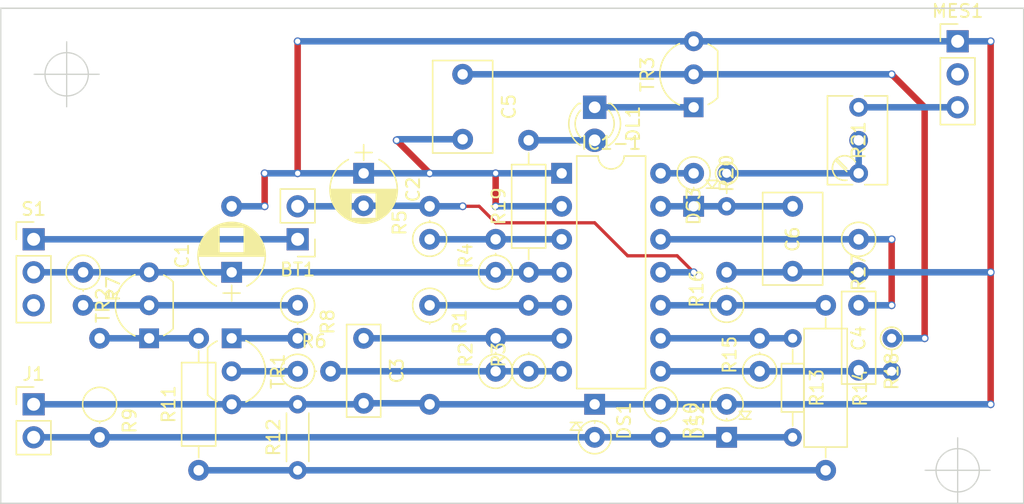
<source format=kicad_pcb>
(kicad_pcb (version 4) (host pcbnew 4.0.7-e2-6376~58~ubuntu16.04.1)

  (general
    (links 69)
    (no_connects 0)
    (area 53.289999 45.669999 132.130001 83.870001)
    (thickness 1.6)
    (drawings 10)
    (tracks 126)
    (zones 0)
    (modules 39)
    (nets 26)
  )

  (page User 210.007 148.488)
  (title_block
    (title "ESR tester")
    (date 2017-12-11)
    (rev Rev02)
    (company PCOfficina)
    (comment 1 "Paper dimension is A5")
  )

  (layers
    (0 F.Cu power)
    (31 B.Cu signal)
    (37 F.SilkS user)
    (40 Dwgs.User user hide)
    (44 Edge.Cuts user)
    (47 F.CrtYd user)
  )

  (setup
    (last_trace_width 0.5)
    (trace_clearance 0.2)
    (zone_clearance 0.508)
    (zone_45_only no)
    (trace_min 0.2)
    (segment_width 0.2)
    (edge_width 0.1)
    (via_size 0.6)
    (via_drill 0.4)
    (via_min_size 0.4)
    (via_min_drill 0.3)
    (uvia_size 0.3)
    (uvia_drill 0.1)
    (uvias_allowed no)
    (uvia_min_size 0.2)
    (uvia_min_drill 0.1)
    (pcb_text_width 0.3)
    (pcb_text_size 1.5 1.5)
    (mod_edge_width 0.15)
    (mod_text_size 1 1)
    (mod_text_width 0.15)
    (pad_size 1.6 1.6)
    (pad_drill 0.8)
    (pad_to_mask_clearance 0)
    (aux_axis_origin 0 0)
    (visible_elements FFFC421B)
    (pcbplotparams
      (layerselection 0x01120_80000001)
      (usegerberextensions false)
      (excludeedgelayer true)
      (linewidth 0.100000)
      (plotframeref true)
      (viasonmask false)
      (mode 1)
      (useauxorigin false)
      (hpglpennumber 1)
      (hpglpenspeed 20)
      (hpglpendiameter 15)
      (hpglpenoverlay 2)
      (psnegative false)
      (psa4output false)
      (plotreference true)
      (plotvalue true)
      (plotinvisibletext false)
      (padsonsilk false)
      (subtractmaskfromsilk false)
      (outputformat 4)
      (mirror false)
      (drillshape 2)
      (scaleselection 1)
      (outputdirectory ""))
  )

  (net 0 "")
  (net 1 "Net-(BT1-Pad1)")
  (net 2 /-4.5V)
  (net 3 /+4.5V)
  (net 4 GND)
  (net 5 "Net-(C3-Pad1)")
  (net 6 "Net-(C4-Pad1)")
  (net 7 "Net-(C4-Pad2)")
  (net 8 "Net-(C5-Pad1)")
  (net 9 "Net-(C6-Pad1)")
  (net 10 "Net-(DL1-Pad1)")
  (net 11 "Net-(DL1-Pad2)")
  (net 12 "Net-(DS1-Pad2)")
  (net 13 "Net-(DS3-Pad2)")
  (net 14 "Net-(IC1-1-Pad9)")
  (net 15 "Net-(IC1-1-Pad3)")
  (net 16 "Net-(IC1-1-Pad10)")
  (net 17 "Net-(IC1-1-Pad5)")
  (net 18 "Net-(IC1-1-Pad7)")
  (net 19 "Net-(MES1-Pad2)")
  (net 20 "Net-(R6-Pad1)")
  (net 21 "Net-(R7-Pad2)")
  (net 22 "Net-(R8-Pad2)")
  (net 23 "Net-(R11-Pad2)")
  (net 24 "Net-(R11-Pad1)")
  (net 25 "Net-(R20-Pad1)")

  (net_class Default "This is the default net class."
    (clearance 0.2)
    (trace_width 0.5)
    (via_dia 0.6)
    (via_drill 0.4)
    (uvia_dia 0.3)
    (uvia_drill 0.1)
    (add_net /+4.5V)
    (add_net /-4.5V)
    (add_net GND)
    (add_net "Net-(BT1-Pad1)")
    (add_net "Net-(C3-Pad1)")
    (add_net "Net-(C4-Pad1)")
    (add_net "Net-(C4-Pad2)")
    (add_net "Net-(C5-Pad1)")
    (add_net "Net-(C6-Pad1)")
    (add_net "Net-(DL1-Pad1)")
    (add_net "Net-(DL1-Pad2)")
    (add_net "Net-(DS1-Pad2)")
    (add_net "Net-(DS3-Pad2)")
    (add_net "Net-(IC1-1-Pad10)")
    (add_net "Net-(IC1-1-Pad3)")
    (add_net "Net-(IC1-1-Pad5)")
    (add_net "Net-(IC1-1-Pad7)")
    (add_net "Net-(IC1-1-Pad9)")
    (add_net "Net-(MES1-Pad2)")
    (add_net "Net-(R11-Pad1)")
    (add_net "Net-(R11-Pad2)")
    (add_net "Net-(R20-Pad1)")
    (add_net "Net-(R6-Pad1)")
    (add_net "Net-(R7-Pad2)")
    (add_net "Net-(R8-Pad2)")
  )

  (module Resistors_THT:R_Axial_DIN0207_L6.3mm_D2.5mm_P10.16mm_Horizontal (layer F.Cu) (tedit 5874F706) (tstamp 5A2EB3F8)
    (at 93.98 66.04 90)
    (descr "Resistor, Axial_DIN0207 series, Axial, Horizontal, pin pitch=10.16mm, 0.25W = 1/4W, length*diameter=6.3*2.5mm^2, http://cdn-reichelt.de/documents/datenblatt/B400/1_4W%23YAG.pdf")
    (tags "Resistor Axial_DIN0207 series Axial Horizontal pin pitch 10.16mm 0.25W = 1/4W length 6.3mm diameter 2.5mm")
    (path /59E30048)
    (fp_text reference R19 (at 5.08 -2.31 90) (layer F.SilkS)
      (effects (font (size 1 1) (thickness 0.15)))
    )
    (fp_text value 680R (at 5.08 2.31 90) (layer F.Fab)
      (effects (font (size 1 1) (thickness 0.15)))
    )
    (fp_line (start 1.93 -1.25) (end 1.93 1.25) (layer F.Fab) (width 0.1))
    (fp_line (start 1.93 1.25) (end 8.23 1.25) (layer F.Fab) (width 0.1))
    (fp_line (start 8.23 1.25) (end 8.23 -1.25) (layer F.Fab) (width 0.1))
    (fp_line (start 8.23 -1.25) (end 1.93 -1.25) (layer F.Fab) (width 0.1))
    (fp_line (start 0 0) (end 1.93 0) (layer F.Fab) (width 0.1))
    (fp_line (start 10.16 0) (end 8.23 0) (layer F.Fab) (width 0.1))
    (fp_line (start 1.87 -1.31) (end 1.87 1.31) (layer F.SilkS) (width 0.12))
    (fp_line (start 1.87 1.31) (end 8.29 1.31) (layer F.SilkS) (width 0.12))
    (fp_line (start 8.29 1.31) (end 8.29 -1.31) (layer F.SilkS) (width 0.12))
    (fp_line (start 8.29 -1.31) (end 1.87 -1.31) (layer F.SilkS) (width 0.12))
    (fp_line (start 0.98 0) (end 1.87 0) (layer F.SilkS) (width 0.12))
    (fp_line (start 9.18 0) (end 8.29 0) (layer F.SilkS) (width 0.12))
    (fp_line (start -1.05 -1.6) (end -1.05 1.6) (layer F.CrtYd) (width 0.05))
    (fp_line (start -1.05 1.6) (end 11.25 1.6) (layer F.CrtYd) (width 0.05))
    (fp_line (start 11.25 1.6) (end 11.25 -1.6) (layer F.CrtYd) (width 0.05))
    (fp_line (start 11.25 -1.6) (end -1.05 -1.6) (layer F.CrtYd) (width 0.05))
    (pad 1 thru_hole circle (at 0 0 90) (size 1.6 1.6) (drill 0.8) (layers *.Cu *.Mask)
      (net 3 /+4.5V))
    (pad 2 thru_hole oval (at 10.16 0 90) (size 1.6 1.6) (drill 0.8) (layers *.Cu *.Mask)
      (net 11 "Net-(DL1-Pad2)"))
    (model ${KISYS3DMOD}/Resistors_THT.3dshapes/R_Axial_DIN0207_L6.3mm_D2.5mm_P10.16mm_Horizontal.wrl
      (at (xyz 0 0 0))
      (scale (xyz 0.393701 0.393701 0.393701))
      (rotate (xyz 0 0 0))
    )
  )

  (module Resistors_THT:R_Axial_DIN0207_L6.3mm_D2.5mm_P2.54mm_Vertical (layer F.Cu) (tedit 5A2ED310) (tstamp 5A2EB3EE)
    (at 119.38 63.5 270)
    (descr "Resistor, Axial_DIN0207 series, Axial, Vertical, pin pitch=2.54mm, 0.25W = 1/4W, length*diameter=6.3*2.5mm^2, http://cdn-reichelt.de/documents/datenblatt/B400/1_4W%23YAG.pdf")
    (tags "Resistor Axial_DIN0207 series Axial Vertical pin pitch 2.54mm 0.25W = 1/4W length 6.3mm diameter 2.5mm")
    (path /59E308D0)
    (fp_text reference R17 (at 2.54 0 270) (layer F.SilkS)
      (effects (font (size 1 1) (thickness 0.15)))
    )
    (fp_text value 47k (at 1.27 2.31 270) (layer F.Fab)
      (effects (font (size 1 1) (thickness 0.15)))
    )
    (fp_circle (center 0 0) (end 1.25 0) (layer F.Fab) (width 0.1))
    (fp_circle (center 0 0) (end 1.31 0) (layer F.SilkS) (width 0.12))
    (fp_line (start 0 0) (end 2.54 0) (layer F.Fab) (width 0.1))
    (fp_line (start 1.31 0) (end 1.44 0) (layer F.SilkS) (width 0.12))
    (fp_line (start -1.6 -1.6) (end -1.6 1.6) (layer F.CrtYd) (width 0.05))
    (fp_line (start -1.6 1.6) (end 3.65 1.6) (layer F.CrtYd) (width 0.05))
    (fp_line (start 3.65 1.6) (end 3.65 -1.6) (layer F.CrtYd) (width 0.05))
    (fp_line (start 3.65 -1.6) (end -1.6 -1.6) (layer F.CrtYd) (width 0.05))
    (pad 1 thru_hole circle (at 0 0 270) (size 1.6 1.6) (drill 0.8) (layers *.Cu *.Mask)
      (net 6 "Net-(C4-Pad1)"))
    (pad 2 thru_hole oval (at 2.54 0 270) (size 1.6 1.6) (drill 0.8) (layers *.Cu *.Mask)
      (net 4 GND))
    (model ${KISYS3DMOD}/Resistors_THT.3dshapes/R_Axial_DIN0207_L6.3mm_D2.5mm_P2.54mm_Vertical.wrl
      (at (xyz 0 0 0))
      (scale (xyz 0.393701 0.393701 0.393701))
      (rotate (xyz 0 0 0))
    )
  )

  (module Resistors_THT:R_Axial_DIN0207_L6.3mm_D2.5mm_P2.54mm_Vertical (layer F.Cu) (tedit 5874F706) (tstamp 5A2EB3E9)
    (at 109.22 68.58 90)
    (descr "Resistor, Axial_DIN0207 series, Axial, Vertical, pin pitch=2.54mm, 0.25W = 1/4W, length*diameter=6.3*2.5mm^2, http://cdn-reichelt.de/documents/datenblatt/B400/1_4W%23YAG.pdf")
    (tags "Resistor Axial_DIN0207 series Axial Vertical pin pitch 2.54mm 0.25W = 1/4W length 6.3mm diameter 2.5mm")
    (path /59E2F2C0)
    (fp_text reference R16 (at 1.27 -2.31 90) (layer F.SilkS)
      (effects (font (size 1 1) (thickness 0.15)))
    )
    (fp_text value 47k (at 1.27 2.31 90) (layer F.Fab)
      (effects (font (size 1 1) (thickness 0.15)))
    )
    (fp_circle (center 0 0) (end 1.25 0) (layer F.Fab) (width 0.1))
    (fp_circle (center 0 0) (end 1.31 0) (layer F.SilkS) (width 0.12))
    (fp_line (start 0 0) (end 2.54 0) (layer F.Fab) (width 0.1))
    (fp_line (start 1.31 0) (end 1.44 0) (layer F.SilkS) (width 0.12))
    (fp_line (start -1.6 -1.6) (end -1.6 1.6) (layer F.CrtYd) (width 0.05))
    (fp_line (start -1.6 1.6) (end 3.65 1.6) (layer F.CrtYd) (width 0.05))
    (fp_line (start 3.65 1.6) (end 3.65 -1.6) (layer F.CrtYd) (width 0.05))
    (fp_line (start 3.65 -1.6) (end -1.6 -1.6) (layer F.CrtYd) (width 0.05))
    (pad 1 thru_hole circle (at 0 0 90) (size 1.6 1.6) (drill 0.8) (layers *.Cu *.Mask)
      (net 16 "Net-(IC1-1-Pad10)"))
    (pad 2 thru_hole oval (at 2.54 0 90) (size 1.6 1.6) (drill 0.8) (layers *.Cu *.Mask)
      (net 4 GND))
    (model ${KISYS3DMOD}/Resistors_THT.3dshapes/R_Axial_DIN0207_L6.3mm_D2.5mm_P2.54mm_Vertical.wrl
      (at (xyz 0 0 0))
      (scale (xyz 0.393701 0.393701 0.393701))
      (rotate (xyz 0 0 0))
    )
  )

  (module Resistors_THT:R_Axial_DIN0207_L6.3mm_D2.5mm_P2.54mm_Vertical (layer F.Cu) (tedit 5874F706) (tstamp 5A2EB3E4)
    (at 111.76 73.66 90)
    (descr "Resistor, Axial_DIN0207 series, Axial, Vertical, pin pitch=2.54mm, 0.25W = 1/4W, length*diameter=6.3*2.5mm^2, http://cdn-reichelt.de/documents/datenblatt/B400/1_4W%23YAG.pdf")
    (tags "Resistor Axial_DIN0207 series Axial Vertical pin pitch 2.54mm 0.25W = 1/4W length 6.3mm diameter 2.5mm")
    (path /59E2F55D)
    (fp_text reference R15 (at 1.27 -2.31 90) (layer F.SilkS)
      (effects (font (size 1 1) (thickness 0.15)))
    )
    (fp_text value 47k (at 1.27 2.31 90) (layer F.Fab)
      (effects (font (size 1 1) (thickness 0.15)))
    )
    (fp_circle (center 0 0) (end 1.25 0) (layer F.Fab) (width 0.1))
    (fp_circle (center 0 0) (end 1.31 0) (layer F.SilkS) (width 0.12))
    (fp_line (start 0 0) (end 2.54 0) (layer F.Fab) (width 0.1))
    (fp_line (start 1.31 0) (end 1.44 0) (layer F.SilkS) (width 0.12))
    (fp_line (start -1.6 -1.6) (end -1.6 1.6) (layer F.CrtYd) (width 0.05))
    (fp_line (start -1.6 1.6) (end 3.65 1.6) (layer F.CrtYd) (width 0.05))
    (fp_line (start 3.65 1.6) (end 3.65 -1.6) (layer F.CrtYd) (width 0.05))
    (fp_line (start 3.65 -1.6) (end -1.6 -1.6) (layer F.CrtYd) (width 0.05))
    (pad 1 thru_hole circle (at 0 0 90) (size 1.6 1.6) (drill 0.8) (layers *.Cu *.Mask)
      (net 7 "Net-(C4-Pad2)"))
    (pad 2 thru_hole oval (at 2.54 0 90) (size 1.6 1.6) (drill 0.8) (layers *.Cu *.Mask)
      (net 14 "Net-(IC1-1-Pad9)"))
    (model ${KISYS3DMOD}/Resistors_THT.3dshapes/R_Axial_DIN0207_L6.3mm_D2.5mm_P2.54mm_Vertical.wrl
      (at (xyz 0 0 0))
      (scale (xyz 0.393701 0.393701 0.393701))
      (rotate (xyz 0 0 0))
    )
  )

  (module Resistors_THT:R_Axial_DIN0207_L6.3mm_D2.5mm_P2.54mm_Vertical (layer F.Cu) (tedit 5A2ECC56) (tstamp 5A2EB3CB)
    (at 104.14 76.2 270)
    (descr "Resistor, Axial_DIN0207 series, Axial, Vertical, pin pitch=2.54mm, 0.25W = 1/4W, length*diameter=6.3*2.5mm^2, http://cdn-reichelt.de/documents/datenblatt/B400/1_4W%23YAG.pdf")
    (tags "Resistor Axial_DIN0207 series Axial Vertical pin pitch 2.54mm 0.25W = 1/4W length 6.3mm diameter 2.5mm")
    (path /59E2DF10)
    (fp_text reference R10 (at 1.27 -2.31 270) (layer F.SilkS)
      (effects (font (size 1 1) (thickness 0.15)))
    )
    (fp_text value 22R (at 1.27 2.31 270) (layer F.Fab)
      (effects (font (size 1 1) (thickness 0.15)))
    )
    (fp_circle (center 0 0) (end 1.25 0) (layer F.Fab) (width 0.1))
    (fp_circle (center 0 0) (end 1.31 0) (layer F.SilkS) (width 0.12))
    (fp_line (start 0 0) (end 2.54 0) (layer F.Fab) (width 0.1))
    (fp_line (start 1.31 0) (end 1.44 0) (layer F.SilkS) (width 0.12))
    (fp_line (start -1.6 -1.6) (end -1.6 1.6) (layer F.CrtYd) (width 0.05))
    (fp_line (start -1.6 1.6) (end 3.65 1.6) (layer F.CrtYd) (width 0.05))
    (fp_line (start 3.65 1.6) (end 3.65 -1.6) (layer F.CrtYd) (width 0.05))
    (fp_line (start 3.65 -1.6) (end -1.6 -1.6) (layer F.CrtYd) (width 0.05))
    (pad 1 thru_hole circle (at 0 0 270) (size 1.6 1.6) (drill 0.8) (layers *.Cu *.Mask)
      (net 4 GND))
    (pad 2 thru_hole oval (at 2.54 0 270) (size 1.6 1.6) (drill 0.8) (layers *.Cu *.Mask)
      (net 12 "Net-(DS1-Pad2)"))
    (model ${KISYS3DMOD}/Resistors_THT.3dshapes/R_Axial_DIN0207_L6.3mm_D2.5mm_P2.54mm_Vertical.wrl
      (at (xyz 0 0 0))
      (scale (xyz 0.393701 0.393701 0.393701))
      (rotate (xyz 0 0 0))
    )
  )

  (module Resistors_THT:R_Axial_DIN0207_L6.3mm_D2.5mm_P2.54mm_Vertical (layer F.Cu) (tedit 5A2ECE98) (tstamp 5A2EB3C6)
    (at 60.96 76.2 270)
    (descr "Resistor, Axial_DIN0207 series, Axial, Vertical, pin pitch=2.54mm, 0.25W = 1/4W, length*diameter=6.3*2.5mm^2, http://cdn-reichelt.de/documents/datenblatt/B400/1_4W%23YAG.pdf")
    (tags "Resistor Axial_DIN0207 series Axial Vertical pin pitch 2.54mm 0.25W = 1/4W length 6.3mm diameter 2.5mm")
    (path /59E2DCC0)
    (fp_text reference R9 (at 1.27 -2.31 270) (layer F.SilkS)
      (effects (font (size 1 1) (thickness 0.15)))
    )
    (fp_text value 1k (at 1.27 2.31 270) (layer F.Fab)
      (effects (font (size 1 1) (thickness 0.15)))
    )
    (fp_circle (center 0 0) (end 1.25 0) (layer F.Fab) (width 0.1))
    (fp_circle (center 0 0) (end 1.31 0) (layer F.SilkS) (width 0.12))
    (fp_line (start 0 0) (end 2.54 0) (layer F.Fab) (width 0.1))
    (fp_line (start 1.31 0) (end 1.44 0) (layer F.SilkS) (width 0.12))
    (fp_line (start -1.6 -1.6) (end -1.6 1.6) (layer F.CrtYd) (width 0.05))
    (fp_line (start -1.6 1.6) (end 3.65 1.6) (layer F.CrtYd) (width 0.05))
    (fp_line (start 3.65 1.6) (end 3.65 -1.6) (layer F.CrtYd) (width 0.05))
    (fp_line (start 3.65 -1.6) (end -1.6 -1.6) (layer F.CrtYd) (width 0.05))
    (pad 1 thru_hole circle (at -5.08 0 270) (size 1.6 1.6) (drill 0.8) (layers *.Cu *.Mask)
      (net 23 "Net-(R11-Pad2)"))
    (pad 2 thru_hole oval (at 2.54 0 270) (size 1.6 1.6) (drill 0.8) (layers *.Cu *.Mask)
      (net 12 "Net-(DS1-Pad2)"))
    (model ${KISYS3DMOD}/Resistors_THT.3dshapes/R_Axial_DIN0207_L6.3mm_D2.5mm_P2.54mm_Vertical.wrl
      (at (xyz 0 0 0))
      (scale (xyz 0.393701 0.393701 0.393701))
      (rotate (xyz 0 0 0))
    )
  )

  (module Resistors_THT:R_Axial_DIN0207_L6.3mm_D2.5mm_P2.54mm_Vertical (layer F.Cu) (tedit 5A2EC788) (tstamp 5A2EB3C1)
    (at 76.2 68.58 270)
    (descr "Resistor, Axial_DIN0207 series, Axial, Vertical, pin pitch=2.54mm, 0.25W = 1/4W, length*diameter=6.3*2.5mm^2, http://cdn-reichelt.de/documents/datenblatt/B400/1_4W%23YAG.pdf")
    (tags "Resistor Axial_DIN0207 series Axial Vertical pin pitch 2.54mm 0.25W = 1/4W length 6.3mm diameter 2.5mm")
    (path /59E2D570)
    (fp_text reference R8 (at 1.27 -2.31 270) (layer F.SilkS)
      (effects (font (size 1 1) (thickness 0.15)))
    )
    (fp_text value 12k (at 1.27 2.31 270) (layer F.Fab)
      (effects (font (size 1 1) (thickness 0.15)))
    )
    (fp_circle (center 0 0) (end 1.25 0) (layer F.Fab) (width 0.1))
    (fp_circle (center 0 0) (end 1.31 0) (layer F.SilkS) (width 0.12))
    (fp_line (start 0 0) (end 2.54 0) (layer F.Fab) (width 0.1))
    (fp_line (start 1.31 0) (end 1.44 0) (layer F.SilkS) (width 0.12))
    (fp_line (start -1.6 -1.6) (end -1.6 1.6) (layer F.CrtYd) (width 0.05))
    (fp_line (start -1.6 1.6) (end 3.65 1.6) (layer F.CrtYd) (width 0.05))
    (fp_line (start 3.65 1.6) (end 3.65 -1.6) (layer F.CrtYd) (width 0.05))
    (fp_line (start 3.65 -1.6) (end -1.6 -1.6) (layer F.CrtYd) (width 0.05))
    (pad 1 thru_hole circle (at 0 0 270) (size 1.6 1.6) (drill 0.8) (layers *.Cu *.Mask)
      (net 21 "Net-(R7-Pad2)"))
    (pad 2 thru_hole oval (at 2.54 0 270) (size 1.6 1.6) (drill 0.8) (layers *.Cu *.Mask)
      (net 22 "Net-(R8-Pad2)"))
    (model ${KISYS3DMOD}/Resistors_THT.3dshapes/R_Axial_DIN0207_L6.3mm_D2.5mm_P2.54mm_Vertical.wrl
      (at (xyz 0 0 0))
      (scale (xyz 0.393701 0.393701 0.393701))
      (rotate (xyz 0 0 0))
    )
  )

  (module Resistors_THT:R_Axial_DIN0207_L6.3mm_D2.5mm_P2.54mm_Vertical (layer F.Cu) (tedit 5874F706) (tstamp 5A2EB3BC)
    (at 59.69 66.04 270)
    (descr "Resistor, Axial_DIN0207 series, Axial, Vertical, pin pitch=2.54mm, 0.25W = 1/4W, length*diameter=6.3*2.5mm^2, http://cdn-reichelt.de/documents/datenblatt/B400/1_4W%23YAG.pdf")
    (tags "Resistor Axial_DIN0207 series Axial Vertical pin pitch 2.54mm 0.25W = 1/4W length 6.3mm diameter 2.5mm")
    (path /59E2D61B)
    (fp_text reference R7 (at 1.27 -2.31 270) (layer F.SilkS)
      (effects (font (size 1 1) (thickness 0.15)))
    )
    (fp_text value 4.7k (at 1.27 2.31 270) (layer F.Fab)
      (effects (font (size 1 1) (thickness 0.15)))
    )
    (fp_circle (center 0 0) (end 1.25 0) (layer F.Fab) (width 0.1))
    (fp_circle (center 0 0) (end 1.31 0) (layer F.SilkS) (width 0.12))
    (fp_line (start 0 0) (end 2.54 0) (layer F.Fab) (width 0.1))
    (fp_line (start 1.31 0) (end 1.44 0) (layer F.SilkS) (width 0.12))
    (fp_line (start -1.6 -1.6) (end -1.6 1.6) (layer F.CrtYd) (width 0.05))
    (fp_line (start -1.6 1.6) (end 3.65 1.6) (layer F.CrtYd) (width 0.05))
    (fp_line (start 3.65 1.6) (end 3.65 -1.6) (layer F.CrtYd) (width 0.05))
    (fp_line (start 3.65 -1.6) (end -1.6 -1.6) (layer F.CrtYd) (width 0.05))
    (pad 1 thru_hole circle (at 0 0 270) (size 1.6 1.6) (drill 0.8) (layers *.Cu *.Mask)
      (net 3 /+4.5V))
    (pad 2 thru_hole oval (at 2.54 0 270) (size 1.6 1.6) (drill 0.8) (layers *.Cu *.Mask)
      (net 21 "Net-(R7-Pad2)"))
    (model ${KISYS3DMOD}/Resistors_THT.3dshapes/R_Axial_DIN0207_L6.3mm_D2.5mm_P2.54mm_Vertical.wrl
      (at (xyz 0 0 0))
      (scale (xyz 0.393701 0.393701 0.393701))
      (rotate (xyz 0 0 0))
    )
  )

  (module Resistors_THT:R_Axial_DIN0207_L6.3mm_D2.5mm_P2.54mm_Vertical (layer F.Cu) (tedit 5A2EC7D8) (tstamp 5A2EB3B7)
    (at 76.2 73.66)
    (descr "Resistor, Axial_DIN0207 series, Axial, Vertical, pin pitch=2.54mm, 0.25W = 1/4W, length*diameter=6.3*2.5mm^2, http://cdn-reichelt.de/documents/datenblatt/B400/1_4W%23YAG.pdf")
    (tags "Resistor Axial_DIN0207 series Axial Vertical pin pitch 2.54mm 0.25W = 1/4W length 6.3mm diameter 2.5mm")
    (path /59E2B6C1)
    (fp_text reference R6 (at 1.27 -2.31) (layer F.SilkS)
      (effects (font (size 1 1) (thickness 0.15)))
    )
    (fp_text value 68k (at 1.27 2.31) (layer F.Fab)
      (effects (font (size 1 1) (thickness 0.15)))
    )
    (fp_circle (center 0 0) (end 1.25 0) (layer F.Fab) (width 0.1))
    (fp_circle (center 0 0) (end 1.31 0) (layer F.SilkS) (width 0.12))
    (fp_line (start 0 0) (end 2.54 0) (layer F.Fab) (width 0.1))
    (fp_line (start 1.31 0) (end 1.44 0) (layer F.SilkS) (width 0.12))
    (fp_line (start -1.6 -1.6) (end -1.6 1.6) (layer F.CrtYd) (width 0.05))
    (fp_line (start -1.6 1.6) (end 3.65 1.6) (layer F.CrtYd) (width 0.05))
    (fp_line (start 3.65 1.6) (end 3.65 -1.6) (layer F.CrtYd) (width 0.05))
    (fp_line (start 3.65 -1.6) (end -1.6 -1.6) (layer F.CrtYd) (width 0.05))
    (pad 1 thru_hole circle (at 0 0) (size 1.6 1.6) (drill 0.8) (layers *.Cu *.Mask)
      (net 20 "Net-(R6-Pad1)"))
    (pad 2 thru_hole oval (at 2.54 0) (size 1.6 1.6) (drill 0.8) (layers *.Cu *.Mask)
      (net 18 "Net-(IC1-1-Pad7)"))
    (model ${KISYS3DMOD}/Resistors_THT.3dshapes/R_Axial_DIN0207_L6.3mm_D2.5mm_P2.54mm_Vertical.wrl
      (at (xyz 0 0 0))
      (scale (xyz 0.393701 0.393701 0.393701))
      (rotate (xyz 0 0 0))
    )
  )

  (module Resistors_THT:R_Axial_DIN0207_L6.3mm_D2.5mm_P2.54mm_Vertical (layer F.Cu) (tedit 5874F706) (tstamp 5A2EB3B2)
    (at 86.36 63.5 90)
    (descr "Resistor, Axial_DIN0207 series, Axial, Vertical, pin pitch=2.54mm, 0.25W = 1/4W, length*diameter=6.3*2.5mm^2, http://cdn-reichelt.de/documents/datenblatt/B400/1_4W%23YAG.pdf")
    (tags "Resistor Axial_DIN0207 series Axial Vertical pin pitch 2.54mm 0.25W = 1/4W length 6.3mm diameter 2.5mm")
    (path /59E2B26C)
    (fp_text reference R5 (at 1.27 -2.31 90) (layer F.SilkS)
      (effects (font (size 1 1) (thickness 0.15)))
    )
    (fp_text value 10k (at 1.27 2.31 90) (layer F.Fab)
      (effects (font (size 1 1) (thickness 0.15)))
    )
    (fp_circle (center 0 0) (end 1.25 0) (layer F.Fab) (width 0.1))
    (fp_circle (center 0 0) (end 1.31 0) (layer F.SilkS) (width 0.12))
    (fp_line (start 0 0) (end 2.54 0) (layer F.Fab) (width 0.1))
    (fp_line (start 1.31 0) (end 1.44 0) (layer F.SilkS) (width 0.12))
    (fp_line (start -1.6 -1.6) (end -1.6 1.6) (layer F.CrtYd) (width 0.05))
    (fp_line (start -1.6 1.6) (end 3.65 1.6) (layer F.CrtYd) (width 0.05))
    (fp_line (start 3.65 1.6) (end 3.65 -1.6) (layer F.CrtYd) (width 0.05))
    (fp_line (start 3.65 -1.6) (end -1.6 -1.6) (layer F.CrtYd) (width 0.05))
    (pad 1 thru_hole circle (at 0 0 90) (size 1.6 1.6) (drill 0.8) (layers *.Cu *.Mask)
      (net 15 "Net-(IC1-1-Pad3)"))
    (pad 2 thru_hole oval (at 2.54 0 90) (size 1.6 1.6) (drill 0.8) (layers *.Cu *.Mask)
      (net 2 /-4.5V))
    (model ${KISYS3DMOD}/Resistors_THT.3dshapes/R_Axial_DIN0207_L6.3mm_D2.5mm_P2.54mm_Vertical.wrl
      (at (xyz 0 0 0))
      (scale (xyz 0.393701 0.393701 0.393701))
      (rotate (xyz 0 0 0))
    )
  )

  (module Resistors_THT:R_Axial_DIN0207_L6.3mm_D2.5mm_P2.54mm_Vertical (layer F.Cu) (tedit 5A2EB265) (tstamp 5A2EB3AD)
    (at 91.44 66.04 90)
    (descr "Resistor, Axial_DIN0207 series, Axial, Vertical, pin pitch=2.54mm, 0.25W = 1/4W, length*diameter=6.3*2.5mm^2, http://cdn-reichelt.de/documents/datenblatt/B400/1_4W%23YAG.pdf")
    (tags "Resistor Axial_DIN0207 series Axial Vertical pin pitch 2.54mm 0.25W = 1/4W length 6.3mm diameter 2.5mm")
    (path /59E2B1C5)
    (fp_text reference R4 (at 1.27 -2.31 90) (layer F.SilkS)
      (effects (font (size 1 1) (thickness 0.15)))
    )
    (fp_text value 10k (at 1.27 2.31 90) (layer F.Fab)
      (effects (font (size 1 1) (thickness 0.15)))
    )
    (fp_circle (center 0 0) (end 1.25 0) (layer F.Fab) (width 0.1))
    (fp_circle (center 0 0) (end 1.31 0) (layer F.SilkS) (width 0.12))
    (fp_line (start 0 0) (end 2.54 0) (layer F.Fab) (width 0.1))
    (fp_line (start 1.31 0) (end 1.44 0) (layer F.SilkS) (width 0.12))
    (fp_line (start -1.6 -1.6) (end -1.6 1.6) (layer F.CrtYd) (width 0.05))
    (fp_line (start -1.6 1.6) (end 3.65 1.6) (layer F.CrtYd) (width 0.05))
    (fp_line (start 3.65 1.6) (end 3.65 -1.6) (layer F.CrtYd) (width 0.05))
    (fp_line (start 3.65 -1.6) (end -1.6 -1.6) (layer F.CrtYd) (width 0.05))
    (pad 1 thru_hole circle (at 0 0 90) (size 1.6 1.6) (drill 0.8) (layers *.Cu *.Mask)
      (net 3 /+4.5V))
    (pad 2 thru_hole oval (at 2.54 0 90) (size 1.6 1.6) (drill 0.8) (layers *.Cu *.Mask)
      (net 15 "Net-(IC1-1-Pad3)"))
    (model ${KISYS3DMOD}/Resistors_THT.3dshapes/R_Axial_DIN0207_L6.3mm_D2.5mm_P2.54mm_Vertical.wrl
      (at (xyz 0 0 0))
      (scale (xyz 0.393701 0.393701 0.393701))
      (rotate (xyz 0 0 0))
    )
  )

  (module Resistors_THT:R_Axial_DIN0207_L6.3mm_D2.5mm_P2.54mm_Vertical (layer F.Cu) (tedit 5A2EAE0D) (tstamp 5A2EB3A8)
    (at 93.98 73.66 90)
    (descr "Resistor, Axial_DIN0207 series, Axial, Vertical, pin pitch=2.54mm, 0.25W = 1/4W, length*diameter=6.3*2.5mm^2, http://cdn-reichelt.de/documents/datenblatt/B400/1_4W%23YAG.pdf")
    (tags "Resistor Axial_DIN0207 series Axial Vertical pin pitch 2.54mm 0.25W = 1/4W length 6.3mm diameter 2.5mm")
    (path /59E2B580)
    (fp_text reference R3 (at 1.27 -2.31 90) (layer F.SilkS)
      (effects (font (size 1 1) (thickness 0.15)))
    )
    (fp_text value 10k (at 1.27 2.31 90) (layer F.Fab)
      (effects (font (size 1 1) (thickness 0.15)))
    )
    (fp_circle (center 0 0) (end 1.25 0) (layer F.Fab) (width 0.1))
    (fp_circle (center 0 0) (end 1.31 0) (layer F.SilkS) (width 0.12))
    (fp_line (start 0 0) (end 2.54 0) (layer F.Fab) (width 0.1))
    (fp_line (start 1.31 0) (end 1.44 0) (layer F.SilkS) (width 0.12))
    (fp_line (start -1.6 -1.6) (end -1.6 1.6) (layer F.CrtYd) (width 0.05))
    (fp_line (start -1.6 1.6) (end 3.65 1.6) (layer F.CrtYd) (width 0.05))
    (fp_line (start 3.65 1.6) (end 3.65 -1.6) (layer F.CrtYd) (width 0.05))
    (fp_line (start 3.65 -1.6) (end -1.6 -1.6) (layer F.CrtYd) (width 0.05))
    (pad 1 thru_hole circle (at 0 0 90) (size 1.6 1.6) (drill 0.8) (layers *.Cu *.Mask)
      (net 18 "Net-(IC1-1-Pad7)"))
    (pad 2 thru_hole oval (at 5.08 0 90) (size 1.6 1.6) (drill 0.8) (layers *.Cu *.Mask)
      (net 17 "Net-(IC1-1-Pad5)"))
    (model ${KISYS3DMOD}/Resistors_THT.3dshapes/R_Axial_DIN0207_L6.3mm_D2.5mm_P2.54mm_Vertical.wrl
      (at (xyz 0 0 0))
      (scale (xyz 0.393701 0.393701 0.393701))
      (rotate (xyz 0 0 0))
    )
  )

  (module Resistors_THT:R_Axial_DIN0207_L6.3mm_D2.5mm_P2.54mm_Vertical (layer F.Cu) (tedit 5A2EAE23) (tstamp 5A2EB3A3)
    (at 91.44 73.66 90)
    (descr "Resistor, Axial_DIN0207 series, Axial, Vertical, pin pitch=2.54mm, 0.25W = 1/4W, length*diameter=6.3*2.5mm^2, http://cdn-reichelt.de/documents/datenblatt/B400/1_4W%23YAG.pdf")
    (tags "Resistor Axial_DIN0207 series Axial Vertical pin pitch 2.54mm 0.25W = 1/4W length 6.3mm diameter 2.5mm")
    (path /59E2B4E9)
    (fp_text reference R2 (at 1.27 -2.31 90) (layer F.SilkS)
      (effects (font (size 1 1) (thickness 0.15)))
    )
    (fp_text value 10k (at 1.27 2.31 90) (layer F.Fab)
      (effects (font (size 1 1) (thickness 0.15)))
    )
    (fp_circle (center 0 0) (end 1.25 0) (layer F.Fab) (width 0.1))
    (fp_circle (center 0 0) (end 1.31 0) (layer F.SilkS) (width 0.12))
    (fp_line (start 0 0) (end 2.54 0) (layer F.Fab) (width 0.1))
    (fp_line (start 1.31 0) (end 1.44 0) (layer F.SilkS) (width 0.12))
    (fp_line (start -1.6 -1.6) (end -1.6 1.6) (layer F.CrtYd) (width 0.05))
    (fp_line (start -1.6 1.6) (end 3.65 1.6) (layer F.CrtYd) (width 0.05))
    (fp_line (start 3.65 1.6) (end 3.65 -1.6) (layer F.CrtYd) (width 0.05))
    (fp_line (start 3.65 -1.6) (end -1.6 -1.6) (layer F.CrtYd) (width 0.05))
    (pad 1 thru_hole circle (at 0 0 90) (size 1.6 1.6) (drill 0.8) (layers *.Cu *.Mask)
      (net 18 "Net-(IC1-1-Pad7)"))
    (pad 2 thru_hole oval (at 2.54 0 90) (size 1.6 1.6) (drill 0.8) (layers *.Cu *.Mask)
      (net 5 "Net-(C3-Pad1)"))
    (model ${KISYS3DMOD}/Resistors_THT.3dshapes/R_Axial_DIN0207_L6.3mm_D2.5mm_P2.54mm_Vertical.wrl
      (at (xyz 0 0 0))
      (scale (xyz 0.393701 0.393701 0.393701))
      (rotate (xyz 0 0 0))
    )
  )

  (module Resistors_THT:R_Axial_DIN0207_L6.3mm_D2.5mm_P2.54mm_Vertical (layer F.Cu) (tedit 5A2EB3D3) (tstamp 5A2EB39E)
    (at 86.36 68.58 270)
    (descr "Resistor, Axial_DIN0207 series, Axial, Vertical, pin pitch=2.54mm, 0.25W = 1/4W, length*diameter=6.3*2.5mm^2, http://cdn-reichelt.de/documents/datenblatt/B400/1_4W%23YAG.pdf")
    (tags "Resistor Axial_DIN0207 series Axial Vertical pin pitch 2.54mm 0.25W = 1/4W length 6.3mm diameter 2.5mm")
    (path /59E2B426)
    (fp_text reference R1 (at 1.27 -2.31 270) (layer F.SilkS)
      (effects (font (size 1 1) (thickness 0.15)))
    )
    (fp_text value 1.5k (at 1.27 2.31 270) (layer F.Fab)
      (effects (font (size 1 1) (thickness 0.15)))
    )
    (fp_circle (center 0 0) (end 1.25 0) (layer F.Fab) (width 0.1))
    (fp_circle (center 0 0) (end 1.31 0) (layer F.SilkS) (width 0.12))
    (fp_line (start 0 0) (end 2.54 0) (layer F.Fab) (width 0.1))
    (fp_line (start 1.31 0) (end 1.44 0) (layer F.SilkS) (width 0.12))
    (fp_line (start -1.6 -1.6) (end -1.6 1.6) (layer F.CrtYd) (width 0.05))
    (fp_line (start -1.6 1.6) (end 3.65 1.6) (layer F.CrtYd) (width 0.05))
    (fp_line (start 3.65 1.6) (end 3.65 -1.6) (layer F.CrtYd) (width 0.05))
    (fp_line (start 3.65 -1.6) (end -1.6 -1.6) (layer F.CrtYd) (width 0.05))
    (pad 1 thru_hole circle (at 0 0 270) (size 1.6 1.6) (drill 0.8) (layers *.Cu *.Mask)
      (net 17 "Net-(IC1-1-Pad5)"))
    (pad 2 thru_hole oval (at 7.62 0 270) (size 1.6 1.6) (drill 0.8) (layers *.Cu *.Mask)
      (net 4 GND))
    (model ${KISYS3DMOD}/Resistors_THT.3dshapes/R_Axial_DIN0207_L6.3mm_D2.5mm_P2.54mm_Vertical.wrl
      (at (xyz 0 0 0))
      (scale (xyz 0.393701 0.393701 0.393701))
      (rotate (xyz 0 0 0))
    )
  )

  (module Socket_Strips:Socket_Strip_Straight_1x02_Pitch2.54mm (layer F.Cu) (tedit 58CD5446) (tstamp 5A2EA4EB)
    (at 76.2 63.5 180)
    (descr "Through hole straight socket strip, 1x02, 2.54mm pitch, single row")
    (tags "Through hole socket strip THT 1x02 2.54mm single row")
    (path /59E325CB)
    (fp_text reference BT1 (at 0 -2.33 180) (layer F.SilkS)
      (effects (font (size 1 1) (thickness 0.15)))
    )
    (fp_text value 9V (at 0 4.87 180) (layer F.Fab)
      (effects (font (size 1 1) (thickness 0.15)))
    )
    (fp_line (start -1.27 -1.27) (end -1.27 3.81) (layer F.Fab) (width 0.1))
    (fp_line (start -1.27 3.81) (end 1.27 3.81) (layer F.Fab) (width 0.1))
    (fp_line (start 1.27 3.81) (end 1.27 -1.27) (layer F.Fab) (width 0.1))
    (fp_line (start 1.27 -1.27) (end -1.27 -1.27) (layer F.Fab) (width 0.1))
    (fp_line (start -1.33 1.27) (end -1.33 3.87) (layer F.SilkS) (width 0.12))
    (fp_line (start -1.33 3.87) (end 1.33 3.87) (layer F.SilkS) (width 0.12))
    (fp_line (start 1.33 3.87) (end 1.33 1.27) (layer F.SilkS) (width 0.12))
    (fp_line (start 1.33 1.27) (end -1.33 1.27) (layer F.SilkS) (width 0.12))
    (fp_line (start -1.33 0) (end -1.33 -1.33) (layer F.SilkS) (width 0.12))
    (fp_line (start -1.33 -1.33) (end 0 -1.33) (layer F.SilkS) (width 0.12))
    (fp_line (start -1.8 -1.8) (end -1.8 4.35) (layer F.CrtYd) (width 0.05))
    (fp_line (start -1.8 4.35) (end 1.8 4.35) (layer F.CrtYd) (width 0.05))
    (fp_line (start 1.8 4.35) (end 1.8 -1.8) (layer F.CrtYd) (width 0.05))
    (fp_line (start 1.8 -1.8) (end -1.8 -1.8) (layer F.CrtYd) (width 0.05))
    (fp_text user %R (at 0 -2.33 180) (layer F.Fab)
      (effects (font (size 1 1) (thickness 0.15)))
    )
    (pad 1 thru_hole rect (at 0 0 180) (size 1.7 1.7) (drill 1) (layers *.Cu *.Mask)
      (net 1 "Net-(BT1-Pad1)"))
    (pad 2 thru_hole oval (at 0 2.54 180) (size 1.7 1.7) (drill 1) (layers *.Cu *.Mask)
      (net 2 /-4.5V))
    (model ${KISYS3DMOD}/Socket_Strips.3dshapes/Socket_Strip_Straight_1x02_Pitch2.54mm.wrl
      (at (xyz 0 -0.05 0))
      (scale (xyz 1 1 1))
      (rotate (xyz 0 0 270))
    )
  )

  (module Capacitors_THT:CP_Radial_D5.0mm_P2.50mm (layer F.Cu) (tedit 5A2ED269) (tstamp 5A2EA4F1)
    (at 71.12 66.04 90)
    (descr "CP, Radial series, Radial, pin pitch=2.50mm, , diameter=5mm, Electrolytic Capacitor")
    (tags "CP Radial series Radial pin pitch 2.50mm  diameter 5mm Electrolytic Capacitor")
    (path /59E2AA0F)
    (fp_text reference C1 (at 1.25 -3.81 90) (layer F.SilkS)
      (effects (font (size 1 1) (thickness 0.15)))
    )
    (fp_text value 1uF (at 1.25 3.81 90) (layer F.Fab)
      (effects (font (size 1 1) (thickness 0.15)))
    )
    (fp_arc (start 1.25 0) (end -1.05558 -1.18) (angle 125.8) (layer F.SilkS) (width 0.12))
    (fp_arc (start 1.25 0) (end -1.05558 1.18) (angle -125.8) (layer F.SilkS) (width 0.12))
    (fp_arc (start 1.25 0) (end 3.55558 -1.18) (angle 54.2) (layer F.SilkS) (width 0.12))
    (fp_circle (center 1.25 0) (end 3.75 0) (layer F.Fab) (width 0.1))
    (fp_line (start -2.2 0) (end -1 0) (layer F.Fab) (width 0.1))
    (fp_line (start -1.6 -0.65) (end -1.6 0.65) (layer F.Fab) (width 0.1))
    (fp_line (start 1.25 -2.55) (end 1.25 2.55) (layer F.SilkS) (width 0.12))
    (fp_line (start 1.29 -2.55) (end 1.29 2.55) (layer F.SilkS) (width 0.12))
    (fp_line (start 1.33 -2.549) (end 1.33 2.549) (layer F.SilkS) (width 0.12))
    (fp_line (start 1.37 -2.548) (end 1.37 2.548) (layer F.SilkS) (width 0.12))
    (fp_line (start 1.41 -2.546) (end 1.41 2.546) (layer F.SilkS) (width 0.12))
    (fp_line (start 1.45 -2.543) (end 1.45 2.543) (layer F.SilkS) (width 0.12))
    (fp_line (start 1.49 -2.539) (end 1.49 2.539) (layer F.SilkS) (width 0.12))
    (fp_line (start 1.53 -2.535) (end 1.53 -0.98) (layer F.SilkS) (width 0.12))
    (fp_line (start 1.53 0.98) (end 1.53 2.535) (layer F.SilkS) (width 0.12))
    (fp_line (start 1.57 -2.531) (end 1.57 -0.98) (layer F.SilkS) (width 0.12))
    (fp_line (start 1.57 0.98) (end 1.57 2.531) (layer F.SilkS) (width 0.12))
    (fp_line (start 1.61 -2.525) (end 1.61 -0.98) (layer F.SilkS) (width 0.12))
    (fp_line (start 1.61 0.98) (end 1.61 2.525) (layer F.SilkS) (width 0.12))
    (fp_line (start 1.65 -2.519) (end 1.65 -0.98) (layer F.SilkS) (width 0.12))
    (fp_line (start 1.65 0.98) (end 1.65 2.519) (layer F.SilkS) (width 0.12))
    (fp_line (start 1.69 -2.513) (end 1.69 -0.98) (layer F.SilkS) (width 0.12))
    (fp_line (start 1.69 0.98) (end 1.69 2.513) (layer F.SilkS) (width 0.12))
    (fp_line (start 1.73 -2.506) (end 1.73 -0.98) (layer F.SilkS) (width 0.12))
    (fp_line (start 1.73 0.98) (end 1.73 2.506) (layer F.SilkS) (width 0.12))
    (fp_line (start 1.77 -2.498) (end 1.77 -0.98) (layer F.SilkS) (width 0.12))
    (fp_line (start 1.77 0.98) (end 1.77 2.498) (layer F.SilkS) (width 0.12))
    (fp_line (start 1.81 -2.489) (end 1.81 -0.98) (layer F.SilkS) (width 0.12))
    (fp_line (start 1.81 0.98) (end 1.81 2.489) (layer F.SilkS) (width 0.12))
    (fp_line (start 1.85 -2.48) (end 1.85 -0.98) (layer F.SilkS) (width 0.12))
    (fp_line (start 1.85 0.98) (end 1.85 2.48) (layer F.SilkS) (width 0.12))
    (fp_line (start 1.89 -2.47) (end 1.89 -0.98) (layer F.SilkS) (width 0.12))
    (fp_line (start 1.89 0.98) (end 1.89 2.47) (layer F.SilkS) (width 0.12))
    (fp_line (start 1.93 -2.46) (end 1.93 -0.98) (layer F.SilkS) (width 0.12))
    (fp_line (start 1.93 0.98) (end 1.93 2.46) (layer F.SilkS) (width 0.12))
    (fp_line (start 1.971 -2.448) (end 1.971 -0.98) (layer F.SilkS) (width 0.12))
    (fp_line (start 1.971 0.98) (end 1.971 2.448) (layer F.SilkS) (width 0.12))
    (fp_line (start 2.011 -2.436) (end 2.011 -0.98) (layer F.SilkS) (width 0.12))
    (fp_line (start 2.011 0.98) (end 2.011 2.436) (layer F.SilkS) (width 0.12))
    (fp_line (start 2.051 -2.424) (end 2.051 -0.98) (layer F.SilkS) (width 0.12))
    (fp_line (start 2.051 0.98) (end 2.051 2.424) (layer F.SilkS) (width 0.12))
    (fp_line (start 2.091 -2.41) (end 2.091 -0.98) (layer F.SilkS) (width 0.12))
    (fp_line (start 2.091 0.98) (end 2.091 2.41) (layer F.SilkS) (width 0.12))
    (fp_line (start 2.131 -2.396) (end 2.131 -0.98) (layer F.SilkS) (width 0.12))
    (fp_line (start 2.131 0.98) (end 2.131 2.396) (layer F.SilkS) (width 0.12))
    (fp_line (start 2.171 -2.382) (end 2.171 -0.98) (layer F.SilkS) (width 0.12))
    (fp_line (start 2.171 0.98) (end 2.171 2.382) (layer F.SilkS) (width 0.12))
    (fp_line (start 2.211 -2.366) (end 2.211 -0.98) (layer F.SilkS) (width 0.12))
    (fp_line (start 2.211 0.98) (end 2.211 2.366) (layer F.SilkS) (width 0.12))
    (fp_line (start 2.251 -2.35) (end 2.251 -0.98) (layer F.SilkS) (width 0.12))
    (fp_line (start 2.251 0.98) (end 2.251 2.35) (layer F.SilkS) (width 0.12))
    (fp_line (start 2.291 -2.333) (end 2.291 -0.98) (layer F.SilkS) (width 0.12))
    (fp_line (start 2.291 0.98) (end 2.291 2.333) (layer F.SilkS) (width 0.12))
    (fp_line (start 2.331 -2.315) (end 2.331 -0.98) (layer F.SilkS) (width 0.12))
    (fp_line (start 2.331 0.98) (end 2.331 2.315) (layer F.SilkS) (width 0.12))
    (fp_line (start 2.371 -2.296) (end 2.371 -0.98) (layer F.SilkS) (width 0.12))
    (fp_line (start 2.371 0.98) (end 2.371 2.296) (layer F.SilkS) (width 0.12))
    (fp_line (start 2.411 -2.276) (end 2.411 -0.98) (layer F.SilkS) (width 0.12))
    (fp_line (start 2.411 0.98) (end 2.411 2.276) (layer F.SilkS) (width 0.12))
    (fp_line (start 2.451 -2.256) (end 2.451 -0.98) (layer F.SilkS) (width 0.12))
    (fp_line (start 2.451 0.98) (end 2.451 2.256) (layer F.SilkS) (width 0.12))
    (fp_line (start 2.491 -2.234) (end 2.491 -0.98) (layer F.SilkS) (width 0.12))
    (fp_line (start 2.491 0.98) (end 2.491 2.234) (layer F.SilkS) (width 0.12))
    (fp_line (start 2.531 -2.212) (end 2.531 -0.98) (layer F.SilkS) (width 0.12))
    (fp_line (start 2.531 0.98) (end 2.531 2.212) (layer F.SilkS) (width 0.12))
    (fp_line (start 2.571 -2.189) (end 2.571 -0.98) (layer F.SilkS) (width 0.12))
    (fp_line (start 2.571 0.98) (end 2.571 2.189) (layer F.SilkS) (width 0.12))
    (fp_line (start 2.611 -2.165) (end 2.611 -0.98) (layer F.SilkS) (width 0.12))
    (fp_line (start 2.611 0.98) (end 2.611 2.165) (layer F.SilkS) (width 0.12))
    (fp_line (start 2.651 -2.14) (end 2.651 -0.98) (layer F.SilkS) (width 0.12))
    (fp_line (start 2.651 0.98) (end 2.651 2.14) (layer F.SilkS) (width 0.12))
    (fp_line (start 2.691 -2.113) (end 2.691 -0.98) (layer F.SilkS) (width 0.12))
    (fp_line (start 2.691 0.98) (end 2.691 2.113) (layer F.SilkS) (width 0.12))
    (fp_line (start 2.731 -2.086) (end 2.731 -0.98) (layer F.SilkS) (width 0.12))
    (fp_line (start 2.731 0.98) (end 2.731 2.086) (layer F.SilkS) (width 0.12))
    (fp_line (start 2.771 -2.058) (end 2.771 -0.98) (layer F.SilkS) (width 0.12))
    (fp_line (start 2.771 0.98) (end 2.771 2.058) (layer F.SilkS) (width 0.12))
    (fp_line (start 2.811 -2.028) (end 2.811 -0.98) (layer F.SilkS) (width 0.12))
    (fp_line (start 2.811 0.98) (end 2.811 2.028) (layer F.SilkS) (width 0.12))
    (fp_line (start 2.851 -1.997) (end 2.851 -0.98) (layer F.SilkS) (width 0.12))
    (fp_line (start 2.851 0.98) (end 2.851 1.997) (layer F.SilkS) (width 0.12))
    (fp_line (start 2.891 -1.965) (end 2.891 -0.98) (layer F.SilkS) (width 0.12))
    (fp_line (start 2.891 0.98) (end 2.891 1.965) (layer F.SilkS) (width 0.12))
    (fp_line (start 2.931 -1.932) (end 2.931 -0.98) (layer F.SilkS) (width 0.12))
    (fp_line (start 2.931 0.98) (end 2.931 1.932) (layer F.SilkS) (width 0.12))
    (fp_line (start 2.971 -1.897) (end 2.971 -0.98) (layer F.SilkS) (width 0.12))
    (fp_line (start 2.971 0.98) (end 2.971 1.897) (layer F.SilkS) (width 0.12))
    (fp_line (start 3.011 -1.861) (end 3.011 -0.98) (layer F.SilkS) (width 0.12))
    (fp_line (start 3.011 0.98) (end 3.011 1.861) (layer F.SilkS) (width 0.12))
    (fp_line (start 3.051 -1.823) (end 3.051 -0.98) (layer F.SilkS) (width 0.12))
    (fp_line (start 3.051 0.98) (end 3.051 1.823) (layer F.SilkS) (width 0.12))
    (fp_line (start 3.091 -1.783) (end 3.091 -0.98) (layer F.SilkS) (width 0.12))
    (fp_line (start 3.091 0.98) (end 3.091 1.783) (layer F.SilkS) (width 0.12))
    (fp_line (start 3.131 -1.742) (end 3.131 -0.98) (layer F.SilkS) (width 0.12))
    (fp_line (start 3.131 0.98) (end 3.131 1.742) (layer F.SilkS) (width 0.12))
    (fp_line (start 3.171 -1.699) (end 3.171 -0.98) (layer F.SilkS) (width 0.12))
    (fp_line (start 3.171 0.98) (end 3.171 1.699) (layer F.SilkS) (width 0.12))
    (fp_line (start 3.211 -1.654) (end 3.211 -0.98) (layer F.SilkS) (width 0.12))
    (fp_line (start 3.211 0.98) (end 3.211 1.654) (layer F.SilkS) (width 0.12))
    (fp_line (start 3.251 -1.606) (end 3.251 -0.98) (layer F.SilkS) (width 0.12))
    (fp_line (start 3.251 0.98) (end 3.251 1.606) (layer F.SilkS) (width 0.12))
    (fp_line (start 3.291 -1.556) (end 3.291 -0.98) (layer F.SilkS) (width 0.12))
    (fp_line (start 3.291 0.98) (end 3.291 1.556) (layer F.SilkS) (width 0.12))
    (fp_line (start 3.331 -1.504) (end 3.331 -0.98) (layer F.SilkS) (width 0.12))
    (fp_line (start 3.331 0.98) (end 3.331 1.504) (layer F.SilkS) (width 0.12))
    (fp_line (start 3.371 -1.448) (end 3.371 -0.98) (layer F.SilkS) (width 0.12))
    (fp_line (start 3.371 0.98) (end 3.371 1.448) (layer F.SilkS) (width 0.12))
    (fp_line (start 3.411 -1.39) (end 3.411 -0.98) (layer F.SilkS) (width 0.12))
    (fp_line (start 3.411 0.98) (end 3.411 1.39) (layer F.SilkS) (width 0.12))
    (fp_line (start 3.451 -1.327) (end 3.451 -0.98) (layer F.SilkS) (width 0.12))
    (fp_line (start 3.451 0.98) (end 3.451 1.327) (layer F.SilkS) (width 0.12))
    (fp_line (start 3.491 -1.261) (end 3.491 1.261) (layer F.SilkS) (width 0.12))
    (fp_line (start 3.531 -1.189) (end 3.531 1.189) (layer F.SilkS) (width 0.12))
    (fp_line (start 3.571 -1.112) (end 3.571 1.112) (layer F.SilkS) (width 0.12))
    (fp_line (start 3.611 -1.028) (end 3.611 1.028) (layer F.SilkS) (width 0.12))
    (fp_line (start 3.651 -0.934) (end 3.651 0.934) (layer F.SilkS) (width 0.12))
    (fp_line (start 3.691 -0.829) (end 3.691 0.829) (layer F.SilkS) (width 0.12))
    (fp_line (start 3.731 -0.707) (end 3.731 0.707) (layer F.SilkS) (width 0.12))
    (fp_line (start 3.771 -0.559) (end 3.771 0.559) (layer F.SilkS) (width 0.12))
    (fp_line (start 3.811 -0.354) (end 3.811 0.354) (layer F.SilkS) (width 0.12))
    (fp_line (start -2.2 0) (end -1 0) (layer F.SilkS) (width 0.12))
    (fp_line (start -1.6 -0.65) (end -1.6 0.65) (layer F.SilkS) (width 0.12))
    (fp_line (start -1.6 -2.85) (end -1.6 2.85) (layer F.CrtYd) (width 0.05))
    (fp_line (start -1.6 2.85) (end 4.1 2.85) (layer F.CrtYd) (width 0.05))
    (fp_line (start 4.1 2.85) (end 4.1 -2.85) (layer F.CrtYd) (width 0.05))
    (fp_line (start 4.1 -2.85) (end -1.6 -2.85) (layer F.CrtYd) (width 0.05))
    (fp_text user %R (at 1.25 0 90) (layer F.Fab)
      (effects (font (size 1 1) (thickness 0.15)))
    )
    (pad 1 thru_hole rect (at 0 0 90) (size 1.6 1.6) (drill 0.8) (layers *.Cu *.Mask)
      (net 3 /+4.5V))
    (pad 2 thru_hole circle (at 5.08 0 90) (size 1.6 1.6) (drill 0.8) (layers *.Cu *.Mask)
      (net 4 GND))
    (model ${KISYS3DMOD}/Capacitors_THT.3dshapes/CP_Radial_D5.0mm_P2.50mm.wrl
      (at (xyz 0 0 0))
      (scale (xyz 1 1 1))
      (rotate (xyz 0 0 0))
    )
  )

  (module Capacitors_THT:CP_Radial_D5.0mm_P2.50mm (layer F.Cu) (tedit 597BC7C2) (tstamp 5A2EA4F7)
    (at 81.28 58.42 270)
    (descr "CP, Radial series, Radial, pin pitch=2.50mm, , diameter=5mm, Electrolytic Capacitor")
    (tags "CP Radial series Radial pin pitch 2.50mm  diameter 5mm Electrolytic Capacitor")
    (path /59E2AA7C)
    (fp_text reference C2 (at 1.25 -3.81 270) (layer F.SilkS)
      (effects (font (size 1 1) (thickness 0.15)))
    )
    (fp_text value 1uF (at 1.25 3.81 270) (layer F.Fab)
      (effects (font (size 1 1) (thickness 0.15)))
    )
    (fp_arc (start 1.25 0) (end -1.05558 -1.18) (angle 125.8) (layer F.SilkS) (width 0.12))
    (fp_arc (start 1.25 0) (end -1.05558 1.18) (angle -125.8) (layer F.SilkS) (width 0.12))
    (fp_arc (start 1.25 0) (end 3.55558 -1.18) (angle 54.2) (layer F.SilkS) (width 0.12))
    (fp_circle (center 1.25 0) (end 3.75 0) (layer F.Fab) (width 0.1))
    (fp_line (start -2.2 0) (end -1 0) (layer F.Fab) (width 0.1))
    (fp_line (start -1.6 -0.65) (end -1.6 0.65) (layer F.Fab) (width 0.1))
    (fp_line (start 1.25 -2.55) (end 1.25 2.55) (layer F.SilkS) (width 0.12))
    (fp_line (start 1.29 -2.55) (end 1.29 2.55) (layer F.SilkS) (width 0.12))
    (fp_line (start 1.33 -2.549) (end 1.33 2.549) (layer F.SilkS) (width 0.12))
    (fp_line (start 1.37 -2.548) (end 1.37 2.548) (layer F.SilkS) (width 0.12))
    (fp_line (start 1.41 -2.546) (end 1.41 2.546) (layer F.SilkS) (width 0.12))
    (fp_line (start 1.45 -2.543) (end 1.45 2.543) (layer F.SilkS) (width 0.12))
    (fp_line (start 1.49 -2.539) (end 1.49 2.539) (layer F.SilkS) (width 0.12))
    (fp_line (start 1.53 -2.535) (end 1.53 -0.98) (layer F.SilkS) (width 0.12))
    (fp_line (start 1.53 0.98) (end 1.53 2.535) (layer F.SilkS) (width 0.12))
    (fp_line (start 1.57 -2.531) (end 1.57 -0.98) (layer F.SilkS) (width 0.12))
    (fp_line (start 1.57 0.98) (end 1.57 2.531) (layer F.SilkS) (width 0.12))
    (fp_line (start 1.61 -2.525) (end 1.61 -0.98) (layer F.SilkS) (width 0.12))
    (fp_line (start 1.61 0.98) (end 1.61 2.525) (layer F.SilkS) (width 0.12))
    (fp_line (start 1.65 -2.519) (end 1.65 -0.98) (layer F.SilkS) (width 0.12))
    (fp_line (start 1.65 0.98) (end 1.65 2.519) (layer F.SilkS) (width 0.12))
    (fp_line (start 1.69 -2.513) (end 1.69 -0.98) (layer F.SilkS) (width 0.12))
    (fp_line (start 1.69 0.98) (end 1.69 2.513) (layer F.SilkS) (width 0.12))
    (fp_line (start 1.73 -2.506) (end 1.73 -0.98) (layer F.SilkS) (width 0.12))
    (fp_line (start 1.73 0.98) (end 1.73 2.506) (layer F.SilkS) (width 0.12))
    (fp_line (start 1.77 -2.498) (end 1.77 -0.98) (layer F.SilkS) (width 0.12))
    (fp_line (start 1.77 0.98) (end 1.77 2.498) (layer F.SilkS) (width 0.12))
    (fp_line (start 1.81 -2.489) (end 1.81 -0.98) (layer F.SilkS) (width 0.12))
    (fp_line (start 1.81 0.98) (end 1.81 2.489) (layer F.SilkS) (width 0.12))
    (fp_line (start 1.85 -2.48) (end 1.85 -0.98) (layer F.SilkS) (width 0.12))
    (fp_line (start 1.85 0.98) (end 1.85 2.48) (layer F.SilkS) (width 0.12))
    (fp_line (start 1.89 -2.47) (end 1.89 -0.98) (layer F.SilkS) (width 0.12))
    (fp_line (start 1.89 0.98) (end 1.89 2.47) (layer F.SilkS) (width 0.12))
    (fp_line (start 1.93 -2.46) (end 1.93 -0.98) (layer F.SilkS) (width 0.12))
    (fp_line (start 1.93 0.98) (end 1.93 2.46) (layer F.SilkS) (width 0.12))
    (fp_line (start 1.971 -2.448) (end 1.971 -0.98) (layer F.SilkS) (width 0.12))
    (fp_line (start 1.971 0.98) (end 1.971 2.448) (layer F.SilkS) (width 0.12))
    (fp_line (start 2.011 -2.436) (end 2.011 -0.98) (layer F.SilkS) (width 0.12))
    (fp_line (start 2.011 0.98) (end 2.011 2.436) (layer F.SilkS) (width 0.12))
    (fp_line (start 2.051 -2.424) (end 2.051 -0.98) (layer F.SilkS) (width 0.12))
    (fp_line (start 2.051 0.98) (end 2.051 2.424) (layer F.SilkS) (width 0.12))
    (fp_line (start 2.091 -2.41) (end 2.091 -0.98) (layer F.SilkS) (width 0.12))
    (fp_line (start 2.091 0.98) (end 2.091 2.41) (layer F.SilkS) (width 0.12))
    (fp_line (start 2.131 -2.396) (end 2.131 -0.98) (layer F.SilkS) (width 0.12))
    (fp_line (start 2.131 0.98) (end 2.131 2.396) (layer F.SilkS) (width 0.12))
    (fp_line (start 2.171 -2.382) (end 2.171 -0.98) (layer F.SilkS) (width 0.12))
    (fp_line (start 2.171 0.98) (end 2.171 2.382) (layer F.SilkS) (width 0.12))
    (fp_line (start 2.211 -2.366) (end 2.211 -0.98) (layer F.SilkS) (width 0.12))
    (fp_line (start 2.211 0.98) (end 2.211 2.366) (layer F.SilkS) (width 0.12))
    (fp_line (start 2.251 -2.35) (end 2.251 -0.98) (layer F.SilkS) (width 0.12))
    (fp_line (start 2.251 0.98) (end 2.251 2.35) (layer F.SilkS) (width 0.12))
    (fp_line (start 2.291 -2.333) (end 2.291 -0.98) (layer F.SilkS) (width 0.12))
    (fp_line (start 2.291 0.98) (end 2.291 2.333) (layer F.SilkS) (width 0.12))
    (fp_line (start 2.331 -2.315) (end 2.331 -0.98) (layer F.SilkS) (width 0.12))
    (fp_line (start 2.331 0.98) (end 2.331 2.315) (layer F.SilkS) (width 0.12))
    (fp_line (start 2.371 -2.296) (end 2.371 -0.98) (layer F.SilkS) (width 0.12))
    (fp_line (start 2.371 0.98) (end 2.371 2.296) (layer F.SilkS) (width 0.12))
    (fp_line (start 2.411 -2.276) (end 2.411 -0.98) (layer F.SilkS) (width 0.12))
    (fp_line (start 2.411 0.98) (end 2.411 2.276) (layer F.SilkS) (width 0.12))
    (fp_line (start 2.451 -2.256) (end 2.451 -0.98) (layer F.SilkS) (width 0.12))
    (fp_line (start 2.451 0.98) (end 2.451 2.256) (layer F.SilkS) (width 0.12))
    (fp_line (start 2.491 -2.234) (end 2.491 -0.98) (layer F.SilkS) (width 0.12))
    (fp_line (start 2.491 0.98) (end 2.491 2.234) (layer F.SilkS) (width 0.12))
    (fp_line (start 2.531 -2.212) (end 2.531 -0.98) (layer F.SilkS) (width 0.12))
    (fp_line (start 2.531 0.98) (end 2.531 2.212) (layer F.SilkS) (width 0.12))
    (fp_line (start 2.571 -2.189) (end 2.571 -0.98) (layer F.SilkS) (width 0.12))
    (fp_line (start 2.571 0.98) (end 2.571 2.189) (layer F.SilkS) (width 0.12))
    (fp_line (start 2.611 -2.165) (end 2.611 -0.98) (layer F.SilkS) (width 0.12))
    (fp_line (start 2.611 0.98) (end 2.611 2.165) (layer F.SilkS) (width 0.12))
    (fp_line (start 2.651 -2.14) (end 2.651 -0.98) (layer F.SilkS) (width 0.12))
    (fp_line (start 2.651 0.98) (end 2.651 2.14) (layer F.SilkS) (width 0.12))
    (fp_line (start 2.691 -2.113) (end 2.691 -0.98) (layer F.SilkS) (width 0.12))
    (fp_line (start 2.691 0.98) (end 2.691 2.113) (layer F.SilkS) (width 0.12))
    (fp_line (start 2.731 -2.086) (end 2.731 -0.98) (layer F.SilkS) (width 0.12))
    (fp_line (start 2.731 0.98) (end 2.731 2.086) (layer F.SilkS) (width 0.12))
    (fp_line (start 2.771 -2.058) (end 2.771 -0.98) (layer F.SilkS) (width 0.12))
    (fp_line (start 2.771 0.98) (end 2.771 2.058) (layer F.SilkS) (width 0.12))
    (fp_line (start 2.811 -2.028) (end 2.811 -0.98) (layer F.SilkS) (width 0.12))
    (fp_line (start 2.811 0.98) (end 2.811 2.028) (layer F.SilkS) (width 0.12))
    (fp_line (start 2.851 -1.997) (end 2.851 -0.98) (layer F.SilkS) (width 0.12))
    (fp_line (start 2.851 0.98) (end 2.851 1.997) (layer F.SilkS) (width 0.12))
    (fp_line (start 2.891 -1.965) (end 2.891 -0.98) (layer F.SilkS) (width 0.12))
    (fp_line (start 2.891 0.98) (end 2.891 1.965) (layer F.SilkS) (width 0.12))
    (fp_line (start 2.931 -1.932) (end 2.931 -0.98) (layer F.SilkS) (width 0.12))
    (fp_line (start 2.931 0.98) (end 2.931 1.932) (layer F.SilkS) (width 0.12))
    (fp_line (start 2.971 -1.897) (end 2.971 -0.98) (layer F.SilkS) (width 0.12))
    (fp_line (start 2.971 0.98) (end 2.971 1.897) (layer F.SilkS) (width 0.12))
    (fp_line (start 3.011 -1.861) (end 3.011 -0.98) (layer F.SilkS) (width 0.12))
    (fp_line (start 3.011 0.98) (end 3.011 1.861) (layer F.SilkS) (width 0.12))
    (fp_line (start 3.051 -1.823) (end 3.051 -0.98) (layer F.SilkS) (width 0.12))
    (fp_line (start 3.051 0.98) (end 3.051 1.823) (layer F.SilkS) (width 0.12))
    (fp_line (start 3.091 -1.783) (end 3.091 -0.98) (layer F.SilkS) (width 0.12))
    (fp_line (start 3.091 0.98) (end 3.091 1.783) (layer F.SilkS) (width 0.12))
    (fp_line (start 3.131 -1.742) (end 3.131 -0.98) (layer F.SilkS) (width 0.12))
    (fp_line (start 3.131 0.98) (end 3.131 1.742) (layer F.SilkS) (width 0.12))
    (fp_line (start 3.171 -1.699) (end 3.171 -0.98) (layer F.SilkS) (width 0.12))
    (fp_line (start 3.171 0.98) (end 3.171 1.699) (layer F.SilkS) (width 0.12))
    (fp_line (start 3.211 -1.654) (end 3.211 -0.98) (layer F.SilkS) (width 0.12))
    (fp_line (start 3.211 0.98) (end 3.211 1.654) (layer F.SilkS) (width 0.12))
    (fp_line (start 3.251 -1.606) (end 3.251 -0.98) (layer F.SilkS) (width 0.12))
    (fp_line (start 3.251 0.98) (end 3.251 1.606) (layer F.SilkS) (width 0.12))
    (fp_line (start 3.291 -1.556) (end 3.291 -0.98) (layer F.SilkS) (width 0.12))
    (fp_line (start 3.291 0.98) (end 3.291 1.556) (layer F.SilkS) (width 0.12))
    (fp_line (start 3.331 -1.504) (end 3.331 -0.98) (layer F.SilkS) (width 0.12))
    (fp_line (start 3.331 0.98) (end 3.331 1.504) (layer F.SilkS) (width 0.12))
    (fp_line (start 3.371 -1.448) (end 3.371 -0.98) (layer F.SilkS) (width 0.12))
    (fp_line (start 3.371 0.98) (end 3.371 1.448) (layer F.SilkS) (width 0.12))
    (fp_line (start 3.411 -1.39) (end 3.411 -0.98) (layer F.SilkS) (width 0.12))
    (fp_line (start 3.411 0.98) (end 3.411 1.39) (layer F.SilkS) (width 0.12))
    (fp_line (start 3.451 -1.327) (end 3.451 -0.98) (layer F.SilkS) (width 0.12))
    (fp_line (start 3.451 0.98) (end 3.451 1.327) (layer F.SilkS) (width 0.12))
    (fp_line (start 3.491 -1.261) (end 3.491 1.261) (layer F.SilkS) (width 0.12))
    (fp_line (start 3.531 -1.189) (end 3.531 1.189) (layer F.SilkS) (width 0.12))
    (fp_line (start 3.571 -1.112) (end 3.571 1.112) (layer F.SilkS) (width 0.12))
    (fp_line (start 3.611 -1.028) (end 3.611 1.028) (layer F.SilkS) (width 0.12))
    (fp_line (start 3.651 -0.934) (end 3.651 0.934) (layer F.SilkS) (width 0.12))
    (fp_line (start 3.691 -0.829) (end 3.691 0.829) (layer F.SilkS) (width 0.12))
    (fp_line (start 3.731 -0.707) (end 3.731 0.707) (layer F.SilkS) (width 0.12))
    (fp_line (start 3.771 -0.559) (end 3.771 0.559) (layer F.SilkS) (width 0.12))
    (fp_line (start 3.811 -0.354) (end 3.811 0.354) (layer F.SilkS) (width 0.12))
    (fp_line (start -2.2 0) (end -1 0) (layer F.SilkS) (width 0.12))
    (fp_line (start -1.6 -0.65) (end -1.6 0.65) (layer F.SilkS) (width 0.12))
    (fp_line (start -1.6 -2.85) (end -1.6 2.85) (layer F.CrtYd) (width 0.05))
    (fp_line (start -1.6 2.85) (end 4.1 2.85) (layer F.CrtYd) (width 0.05))
    (fp_line (start 4.1 2.85) (end 4.1 -2.85) (layer F.CrtYd) (width 0.05))
    (fp_line (start 4.1 -2.85) (end -1.6 -2.85) (layer F.CrtYd) (width 0.05))
    (fp_text user %R (at 1.25 0 270) (layer F.Fab)
      (effects (font (size 1 1) (thickness 0.15)))
    )
    (pad 1 thru_hole rect (at 0 0 270) (size 1.6 1.6) (drill 0.8) (layers *.Cu *.Mask)
      (net 4 GND))
    (pad 2 thru_hole circle (at 2.5 0 270) (size 1.6 1.6) (drill 0.8) (layers *.Cu *.Mask)
      (net 2 /-4.5V))
    (model ${KISYS3DMOD}/Capacitors_THT.3dshapes/CP_Radial_D5.0mm_P2.50mm.wrl
      (at (xyz 0 0 0))
      (scale (xyz 1 1 1))
      (rotate (xyz 0 0 0))
    )
  )

  (module Capacitors_THT:C_Rect_L7.0mm_W2.5mm_P5.00mm (layer F.Cu) (tedit 597BC7C2) (tstamp 5A2EA4FD)
    (at 81.28 71.12 270)
    (descr "C, Rect series, Radial, pin pitch=5.00mm, , length*width=7*2.5mm^2, Capacitor")
    (tags "C Rect series Radial pin pitch 5.00mm  length 7mm width 2.5mm Capacitor")
    (path /59E2B2E7)
    (fp_text reference C3 (at 2.5 -2.56 270) (layer F.SilkS)
      (effects (font (size 1 1) (thickness 0.15)))
    )
    (fp_text value 1nF (at 2.5 2.56 270) (layer F.Fab)
      (effects (font (size 1 1) (thickness 0.15)))
    )
    (fp_line (start -1 -1.25) (end -1 1.25) (layer F.Fab) (width 0.1))
    (fp_line (start -1 1.25) (end 6 1.25) (layer F.Fab) (width 0.1))
    (fp_line (start 6 1.25) (end 6 -1.25) (layer F.Fab) (width 0.1))
    (fp_line (start 6 -1.25) (end -1 -1.25) (layer F.Fab) (width 0.1))
    (fp_line (start -1.06 -1.31) (end 6.06 -1.31) (layer F.SilkS) (width 0.12))
    (fp_line (start -1.06 1.31) (end 6.06 1.31) (layer F.SilkS) (width 0.12))
    (fp_line (start -1.06 -1.31) (end -1.06 1.31) (layer F.SilkS) (width 0.12))
    (fp_line (start 6.06 -1.31) (end 6.06 1.31) (layer F.SilkS) (width 0.12))
    (fp_line (start -1.35 -1.6) (end -1.35 1.6) (layer F.CrtYd) (width 0.05))
    (fp_line (start -1.35 1.6) (end 6.35 1.6) (layer F.CrtYd) (width 0.05))
    (fp_line (start 6.35 1.6) (end 6.35 -1.6) (layer F.CrtYd) (width 0.05))
    (fp_line (start 6.35 -1.6) (end -1.35 -1.6) (layer F.CrtYd) (width 0.05))
    (fp_text user %R (at 2.5 0 270) (layer F.Fab)
      (effects (font (size 1 1) (thickness 0.15)))
    )
    (pad 1 thru_hole circle (at 0 0 270) (size 1.6 1.6) (drill 0.8) (layers *.Cu *.Mask)
      (net 5 "Net-(C3-Pad1)"))
    (pad 2 thru_hole circle (at 5 0 270) (size 1.6 1.6) (drill 0.8) (layers *.Cu *.Mask)
      (net 4 GND))
    (model ${KISYS3DMOD}/Capacitors_THT.3dshapes/C_Rect_L7.0mm_W2.5mm_P5.00mm.wrl
      (at (xyz 0 0 0))
      (scale (xyz 1 1 1))
      (rotate (xyz 0 0 0))
    )
  )

  (module Capacitors_THT:C_Rect_L7.0mm_W2.5mm_P5.00mm (layer F.Cu) (tedit 5A2ED1A9) (tstamp 5A2EA503)
    (at 119.38 68.58 270)
    (descr "C, Rect series, Radial, pin pitch=5.00mm, , length*width=7*2.5mm^2, Capacitor")
    (tags "C Rect series Radial pin pitch 5.00mm  length 7mm width 2.5mm Capacitor")
    (path /59E303FD)
    (fp_text reference C4 (at 2.54 0 270) (layer F.SilkS)
      (effects (font (size 1 1) (thickness 0.15)))
    )
    (fp_text value 100nF (at 2.5 2.56 270) (layer F.Fab)
      (effects (font (size 1 1) (thickness 0.15)))
    )
    (fp_line (start -1 -1.25) (end -1 1.25) (layer F.Fab) (width 0.1))
    (fp_line (start -1 1.25) (end 6 1.25) (layer F.Fab) (width 0.1))
    (fp_line (start 6 1.25) (end 6 -1.25) (layer F.Fab) (width 0.1))
    (fp_line (start 6 -1.25) (end -1 -1.25) (layer F.Fab) (width 0.1))
    (fp_line (start -1.06 -1.31) (end 6.06 -1.31) (layer F.SilkS) (width 0.12))
    (fp_line (start -1.06 1.31) (end 6.06 1.31) (layer F.SilkS) (width 0.12))
    (fp_line (start -1.06 -1.31) (end -1.06 1.31) (layer F.SilkS) (width 0.12))
    (fp_line (start 6.06 -1.31) (end 6.06 1.31) (layer F.SilkS) (width 0.12))
    (fp_line (start -1.35 -1.6) (end -1.35 1.6) (layer F.CrtYd) (width 0.05))
    (fp_line (start -1.35 1.6) (end 6.35 1.6) (layer F.CrtYd) (width 0.05))
    (fp_line (start 6.35 1.6) (end 6.35 -1.6) (layer F.CrtYd) (width 0.05))
    (fp_line (start 6.35 -1.6) (end -1.35 -1.6) (layer F.CrtYd) (width 0.05))
    (fp_text user %R (at 2.5 0 270) (layer F.Fab)
      (effects (font (size 1 1) (thickness 0.15)))
    )
    (pad 1 thru_hole circle (at 0 0 270) (size 1.6 1.6) (drill 0.8) (layers *.Cu *.Mask)
      (net 6 "Net-(C4-Pad1)"))
    (pad 2 thru_hole circle (at 5 0 270) (size 1.6 1.6) (drill 0.8) (layers *.Cu *.Mask)
      (net 7 "Net-(C4-Pad2)"))
    (model ${KISYS3DMOD}/Capacitors_THT.3dshapes/C_Rect_L7.0mm_W2.5mm_P5.00mm.wrl
      (at (xyz 0 0 0))
      (scale (xyz 1 1 1))
      (rotate (xyz 0 0 0))
    )
  )

  (module Capacitors_THT:C_Rect_L7.0mm_W4.5mm_P5.00mm (layer F.Cu) (tedit 597BC7C2) (tstamp 5A2EA509)
    (at 88.9 50.8 270)
    (descr "C, Rect series, Radial, pin pitch=5.00mm, , length*width=7*4.5mm^2, Capacitor")
    (tags "C Rect series Radial pin pitch 5.00mm  length 7mm width 4.5mm Capacitor")
    (path /59E2F892)
    (fp_text reference C5 (at 2.5 -3.56 270) (layer F.SilkS)
      (effects (font (size 1 1) (thickness 0.15)))
    )
    (fp_text value 1uF (at 2.5 3.56 270) (layer F.Fab)
      (effects (font (size 1 1) (thickness 0.15)))
    )
    (fp_line (start -1 -2.25) (end -1 2.25) (layer F.Fab) (width 0.1))
    (fp_line (start -1 2.25) (end 6 2.25) (layer F.Fab) (width 0.1))
    (fp_line (start 6 2.25) (end 6 -2.25) (layer F.Fab) (width 0.1))
    (fp_line (start 6 -2.25) (end -1 -2.25) (layer F.Fab) (width 0.1))
    (fp_line (start -1.06 -2.31) (end 6.06 -2.31) (layer F.SilkS) (width 0.12))
    (fp_line (start -1.06 2.31) (end 6.06 2.31) (layer F.SilkS) (width 0.12))
    (fp_line (start -1.06 -2.31) (end -1.06 2.31) (layer F.SilkS) (width 0.12))
    (fp_line (start 6.06 -2.31) (end 6.06 2.31) (layer F.SilkS) (width 0.12))
    (fp_line (start -1.35 -2.6) (end -1.35 2.6) (layer F.CrtYd) (width 0.05))
    (fp_line (start -1.35 2.6) (end 6.35 2.6) (layer F.CrtYd) (width 0.05))
    (fp_line (start 6.35 2.6) (end 6.35 -2.6) (layer F.CrtYd) (width 0.05))
    (fp_line (start 6.35 -2.6) (end -1.35 -2.6) (layer F.CrtYd) (width 0.05))
    (fp_text user %R (at 2.5 0 270) (layer F.Fab)
      (effects (font (size 1 1) (thickness 0.15)))
    )
    (pad 1 thru_hole circle (at 0 0 270) (size 1.6 1.6) (drill 0.8) (layers *.Cu *.Mask)
      (net 8 "Net-(C5-Pad1)"))
    (pad 2 thru_hole circle (at 5 0 270) (size 1.6 1.6) (drill 0.8) (layers *.Cu *.Mask)
      (net 4 GND))
    (model ${KISYS3DMOD}/Capacitors_THT.3dshapes/C_Rect_L7.0mm_W4.5mm_P5.00mm.wrl
      (at (xyz 0 0 0))
      (scale (xyz 1 1 1))
      (rotate (xyz 0 0 0))
    )
  )

  (module Capacitors_THT:C_Rect_L7.0mm_W4.5mm_P5.00mm (layer F.Cu) (tedit 5A2ED323) (tstamp 5A2EA50F)
    (at 114.3 60.96 270)
    (descr "C, Rect series, Radial, pin pitch=5.00mm, , length*width=7*4.5mm^2, Capacitor")
    (tags "C Rect series Radial pin pitch 5.00mm  length 7mm width 4.5mm Capacitor")
    (path /59E30E1D)
    (fp_text reference C6 (at 2.54 0 270) (layer F.SilkS)
      (effects (font (size 1 1) (thickness 0.15)))
    )
    (fp_text value 1uF (at 2.5 3.56 270) (layer F.Fab)
      (effects (font (size 1 1) (thickness 0.15)))
    )
    (fp_line (start -1 -2.25) (end -1 2.25) (layer F.Fab) (width 0.1))
    (fp_line (start -1 2.25) (end 6 2.25) (layer F.Fab) (width 0.1))
    (fp_line (start 6 2.25) (end 6 -2.25) (layer F.Fab) (width 0.1))
    (fp_line (start 6 -2.25) (end -1 -2.25) (layer F.Fab) (width 0.1))
    (fp_line (start -1.06 -2.31) (end 6.06 -2.31) (layer F.SilkS) (width 0.12))
    (fp_line (start -1.06 2.31) (end 6.06 2.31) (layer F.SilkS) (width 0.12))
    (fp_line (start -1.06 -2.31) (end -1.06 2.31) (layer F.SilkS) (width 0.12))
    (fp_line (start 6.06 -2.31) (end 6.06 2.31) (layer F.SilkS) (width 0.12))
    (fp_line (start -1.35 -2.6) (end -1.35 2.6) (layer F.CrtYd) (width 0.05))
    (fp_line (start -1.35 2.6) (end 6.35 2.6) (layer F.CrtYd) (width 0.05))
    (fp_line (start 6.35 2.6) (end 6.35 -2.6) (layer F.CrtYd) (width 0.05))
    (fp_line (start 6.35 -2.6) (end -1.35 -2.6) (layer F.CrtYd) (width 0.05))
    (fp_text user %R (at 2.5 0 270) (layer F.Fab)
      (effects (font (size 1 1) (thickness 0.15)))
    )
    (pad 1 thru_hole circle (at 0 0 270) (size 1.6 1.6) (drill 0.8) (layers *.Cu *.Mask)
      (net 9 "Net-(C6-Pad1)"))
    (pad 2 thru_hole circle (at 5 0 270) (size 1.6 1.6) (drill 0.8) (layers *.Cu *.Mask)
      (net 4 GND))
    (model ${KISYS3DMOD}/Capacitors_THT.3dshapes/C_Rect_L7.0mm_W4.5mm_P5.00mm.wrl
      (at (xyz 0 0 0))
      (scale (xyz 1 1 1))
      (rotate (xyz 0 0 0))
    )
  )

  (module LEDs:LED_D3.0mm (layer F.Cu) (tedit 587A3A7B) (tstamp 5A2EA515)
    (at 99.06 53.34 270)
    (descr "LED, diameter 3.0mm, 2 pins")
    (tags "LED diameter 3.0mm 2 pins")
    (path /59E2FD3D)
    (fp_text reference DL1 (at 1.27 -2.96 270) (layer F.SilkS)
      (effects (font (size 1 1) (thickness 0.15)))
    )
    (fp_text value LED (at 1.27 2.96 270) (layer F.Fab)
      (effects (font (size 1 1) (thickness 0.15)))
    )
    (fp_arc (start 1.27 0) (end -0.23 -1.16619) (angle 284.3) (layer F.Fab) (width 0.1))
    (fp_arc (start 1.27 0) (end -0.29 -1.235516) (angle 108.8) (layer F.SilkS) (width 0.12))
    (fp_arc (start 1.27 0) (end -0.29 1.235516) (angle -108.8) (layer F.SilkS) (width 0.12))
    (fp_arc (start 1.27 0) (end 0.229039 -1.08) (angle 87.9) (layer F.SilkS) (width 0.12))
    (fp_arc (start 1.27 0) (end 0.229039 1.08) (angle -87.9) (layer F.SilkS) (width 0.12))
    (fp_circle (center 1.27 0) (end 2.77 0) (layer F.Fab) (width 0.1))
    (fp_line (start -0.23 -1.16619) (end -0.23 1.16619) (layer F.Fab) (width 0.1))
    (fp_line (start -0.29 -1.236) (end -0.29 -1.08) (layer F.SilkS) (width 0.12))
    (fp_line (start -0.29 1.08) (end -0.29 1.236) (layer F.SilkS) (width 0.12))
    (fp_line (start -1.15 -2.25) (end -1.15 2.25) (layer F.CrtYd) (width 0.05))
    (fp_line (start -1.15 2.25) (end 3.7 2.25) (layer F.CrtYd) (width 0.05))
    (fp_line (start 3.7 2.25) (end 3.7 -2.25) (layer F.CrtYd) (width 0.05))
    (fp_line (start 3.7 -2.25) (end -1.15 -2.25) (layer F.CrtYd) (width 0.05))
    (pad 1 thru_hole rect (at 0 0 270) (size 1.8 1.8) (drill 0.9) (layers *.Cu *.Mask)
      (net 10 "Net-(DL1-Pad1)"))
    (pad 2 thru_hole circle (at 2.54 0 270) (size 1.8 1.8) (drill 0.9) (layers *.Cu *.Mask)
      (net 11 "Net-(DL1-Pad2)"))
    (model ${KISYS3DMOD}/LEDs.3dshapes/LED_D3.0mm.wrl
      (at (xyz 0 0 0))
      (scale (xyz 0.393701 0.393701 0.393701))
      (rotate (xyz 0 0 0))
    )
  )

  (module Housings_DIP:DIP-14_W7.62mm (layer F.Cu) (tedit 59C78D6B) (tstamp 5A2EA539)
    (at 96.52 58.42)
    (descr "14-lead though-hole mounted DIP package, row spacing 7.62 mm (300 mils)")
    (tags "THT DIP DIL PDIP 2.54mm 7.62mm 300mil")
    (path /59E2ACB1)
    (fp_text reference IC1-1 (at 3.81 -2.33) (layer F.SilkS)
      (effects (font (size 1 1) (thickness 0.15)))
    )
    (fp_text value TL084 (at 3.81 17.57) (layer F.Fab)
      (effects (font (size 1 1) (thickness 0.15)))
    )
    (fp_arc (start 3.81 -1.33) (end 2.81 -1.33) (angle -180) (layer F.SilkS) (width 0.12))
    (fp_line (start 1.635 -1.27) (end 6.985 -1.27) (layer F.Fab) (width 0.1))
    (fp_line (start 6.985 -1.27) (end 6.985 16.51) (layer F.Fab) (width 0.1))
    (fp_line (start 6.985 16.51) (end 0.635 16.51) (layer F.Fab) (width 0.1))
    (fp_line (start 0.635 16.51) (end 0.635 -0.27) (layer F.Fab) (width 0.1))
    (fp_line (start 0.635 -0.27) (end 1.635 -1.27) (layer F.Fab) (width 0.1))
    (fp_line (start 2.81 -1.33) (end 1.16 -1.33) (layer F.SilkS) (width 0.12))
    (fp_line (start 1.16 -1.33) (end 1.16 16.57) (layer F.SilkS) (width 0.12))
    (fp_line (start 1.16 16.57) (end 6.46 16.57) (layer F.SilkS) (width 0.12))
    (fp_line (start 6.46 16.57) (end 6.46 -1.33) (layer F.SilkS) (width 0.12))
    (fp_line (start 6.46 -1.33) (end 4.81 -1.33) (layer F.SilkS) (width 0.12))
    (fp_line (start -1.1 -1.55) (end -1.1 16.8) (layer F.CrtYd) (width 0.05))
    (fp_line (start -1.1 16.8) (end 8.7 16.8) (layer F.CrtYd) (width 0.05))
    (fp_line (start 8.7 16.8) (end 8.7 -1.55) (layer F.CrtYd) (width 0.05))
    (fp_line (start 8.7 -1.55) (end -1.1 -1.55) (layer F.CrtYd) (width 0.05))
    (fp_text user %R (at 3.81 7.62) (layer F.Fab)
      (effects (font (size 1 1) (thickness 0.15)))
    )
    (pad 1 thru_hole rect (at 0 0) (size 1.6 1.6) (drill 0.8) (layers *.Cu *.Mask)
      (net 4 GND))
    (pad 8 thru_hole oval (at 7.62 15.24) (size 1.6 1.6) (drill 0.8) (layers *.Cu *.Mask)
      (net 7 "Net-(C4-Pad2)"))
    (pad 2 thru_hole oval (at 0 2.54) (size 1.6 1.6) (drill 0.8) (layers *.Cu *.Mask)
      (net 4 GND))
    (pad 9 thru_hole oval (at 7.62 12.7) (size 1.6 1.6) (drill 0.8) (layers *.Cu *.Mask)
      (net 14 "Net-(IC1-1-Pad9)"))
    (pad 3 thru_hole oval (at 0 5.08) (size 1.6 1.6) (drill 0.8) (layers *.Cu *.Mask)
      (net 15 "Net-(IC1-1-Pad3)"))
    (pad 10 thru_hole oval (at 7.62 10.16) (size 1.6 1.6) (drill 0.8) (layers *.Cu *.Mask)
      (net 16 "Net-(IC1-1-Pad10)"))
    (pad 4 thru_hole oval (at 0 7.62) (size 1.6 1.6) (drill 0.8) (layers *.Cu *.Mask)
      (net 3 /+4.5V))
    (pad 11 thru_hole oval (at 7.62 7.62) (size 1.6 1.6) (drill 0.8) (layers *.Cu *.Mask)
      (net 2 /-4.5V))
    (pad 5 thru_hole oval (at 0 10.16) (size 1.6 1.6) (drill 0.8) (layers *.Cu *.Mask)
      (net 17 "Net-(IC1-1-Pad5)"))
    (pad 12 thru_hole oval (at 7.62 5.08) (size 1.6 1.6) (drill 0.8) (layers *.Cu *.Mask)
      (net 6 "Net-(C4-Pad1)"))
    (pad 6 thru_hole oval (at 0 12.7) (size 1.6 1.6) (drill 0.8) (layers *.Cu *.Mask)
      (net 5 "Net-(C3-Pad1)"))
    (pad 13 thru_hole oval (at 7.62 2.54) (size 1.6 1.6) (drill 0.8) (layers *.Cu *.Mask)
      (net 9 "Net-(C6-Pad1)"))
    (pad 7 thru_hole oval (at 0 15.24) (size 1.6 1.6) (drill 0.8) (layers *.Cu *.Mask)
      (net 18 "Net-(IC1-1-Pad7)"))
    (pad 14 thru_hole oval (at 7.62 0) (size 1.6 1.6) (drill 0.8) (layers *.Cu *.Mask)
      (net 13 "Net-(DS3-Pad2)"))
    (model ${KISYS3DMOD}/Housings_DIP.3dshapes/DIP-14_W7.62mm.wrl
      (at (xyz 0 0 0))
      (scale (xyz 1 1 1))
      (rotate (xyz 0 0 0))
    )
  )

  (module Socket_Strips:Socket_Strip_Straight_1x02_Pitch2.54mm (layer F.Cu) (tedit 5A2ECEA4) (tstamp 5A2EA53F)
    (at 55.88 76.2)
    (descr "Through hole straight socket strip, 1x02, 2.54mm pitch, single row")
    (tags "Through hole socket strip THT 1x02 2.54mm single row")
    (path /5A2EA64A)
    (fp_text reference J1 (at 0 -2.33) (layer F.SilkS)
      (effects (font (size 1 1) (thickness 0.15)))
    )
    (fp_text value Conn_01x02 (at 0 4.87) (layer F.Fab)
      (effects (font (size 1 1) (thickness 0.15)))
    )
    (fp_line (start -1.27 -1.27) (end -1.27 3.81) (layer F.Fab) (width 0.1))
    (fp_line (start -1.27 3.81) (end 1.27 3.81) (layer F.Fab) (width 0.1))
    (fp_line (start 1.27 3.81) (end 1.27 -1.27) (layer F.Fab) (width 0.1))
    (fp_line (start 1.27 -1.27) (end -1.27 -1.27) (layer F.Fab) (width 0.1))
    (fp_line (start -1.33 1.27) (end -1.33 3.87) (layer F.SilkS) (width 0.12))
    (fp_line (start -1.33 3.87) (end 1.33 3.87) (layer F.SilkS) (width 0.12))
    (fp_line (start 1.33 3.87) (end 1.33 1.27) (layer F.SilkS) (width 0.12))
    (fp_line (start 1.33 1.27) (end -1.33 1.27) (layer F.SilkS) (width 0.12))
    (fp_line (start -1.33 0) (end -1.33 -1.33) (layer F.SilkS) (width 0.12))
    (fp_line (start -1.33 -1.33) (end 0 -1.33) (layer F.SilkS) (width 0.12))
    (fp_line (start -1.8 -1.8) (end -1.8 4.35) (layer F.CrtYd) (width 0.05))
    (fp_line (start -1.8 4.35) (end 1.8 4.35) (layer F.CrtYd) (width 0.05))
    (fp_line (start 1.8 4.35) (end 1.8 -1.8) (layer F.CrtYd) (width 0.05))
    (fp_line (start 1.8 -1.8) (end -1.8 -1.8) (layer F.CrtYd) (width 0.05))
    (fp_text user %R (at 0 -2.33) (layer F.Fab)
      (effects (font (size 1 1) (thickness 0.15)))
    )
    (pad 1 thru_hole rect (at 0 0) (size 1.7 1.7) (drill 1) (layers *.Cu *.Mask)
      (net 4 GND))
    (pad 2 thru_hole oval (at 0 2.54) (size 1.7 1.7) (drill 1) (layers *.Cu *.Mask)
      (net 12 "Net-(DS1-Pad2)"))
    (model ${KISYS3DMOD}/Socket_Strips.3dshapes/Socket_Strip_Straight_1x02_Pitch2.54mm.wrl
      (at (xyz 0 -0.05 0))
      (scale (xyz 1 1 1))
      (rotate (xyz 0 0 270))
    )
  )

  (module Potentiometers:Potentiometer_Trimmer_Bourns_3266Y (layer F.Cu) (tedit 5A2ED338) (tstamp 5A2EA5C4)
    (at 119.38 58.42 270)
    (descr "Spindle Trimmer Potentiometer, Bourns 3266Y, https://www.bourns.com/pdfs/3266.pdf")
    (tags "Spindle Trimmer Potentiometer   Bourns 3266Y")
    (path /59E316A5)
    (fp_text reference R21 (at -2.54 0 270) (layer F.SilkS)
      (effects (font (size 1 1) (thickness 0.15)))
    )
    (fp_text value 20k (at -2.54 3.59 270) (layer F.Fab)
      (effects (font (size 1 1) (thickness 0.15)))
    )
    (fp_arc (start -0.405 1.07) (end -0.405 2.02) (angle -100) (layer F.SilkS) (width 0.12))
    (fp_arc (start -0.405 1.07) (end -0.879 0.248) (angle -151) (layer F.SilkS) (width 0.12))
    (fp_circle (center -0.405 1.07) (end 0.485 1.07) (layer F.Fab) (width 0.1))
    (fp_line (start -5.895 -2.16) (end -5.895 2.34) (layer F.Fab) (width 0.1))
    (fp_line (start -5.895 2.34) (end 0.815 2.34) (layer F.Fab) (width 0.1))
    (fp_line (start 0.815 2.34) (end 0.815 -2.16) (layer F.Fab) (width 0.1))
    (fp_line (start 0.815 -2.16) (end -5.895 -2.16) (layer F.Fab) (width 0.1))
    (fp_line (start 0.27 0.504) (end -0.971 1.745) (layer F.Fab) (width 0.1))
    (fp_line (start 0.162 0.396) (end -1.08 1.637) (layer F.Fab) (width 0.1))
    (fp_line (start -5.955 -2.22) (end 0.875 -2.22) (layer F.SilkS) (width 0.12))
    (fp_line (start -5.955 2.4) (end 0.875 2.4) (layer F.SilkS) (width 0.12))
    (fp_line (start -5.955 -2.22) (end -5.955 -0.465) (layer F.SilkS) (width 0.12))
    (fp_line (start -5.955 0.466) (end -5.955 2.4) (layer F.SilkS) (width 0.12))
    (fp_line (start 0.875 -2.22) (end 0.875 -0.465) (layer F.SilkS) (width 0.12))
    (fp_line (start 0.875 0.466) (end 0.875 2.4) (layer F.SilkS) (width 0.12))
    (fp_line (start -0.135 0.916) (end -1.009 1.791) (layer F.SilkS) (width 0.12))
    (fp_line (start -0.37 0.92) (end -1.125 1.675) (layer F.SilkS) (width 0.12))
    (fp_line (start -6.15 -2.45) (end -6.15 2.6) (layer F.CrtYd) (width 0.05))
    (fp_line (start -6.15 2.6) (end 1.1 2.6) (layer F.CrtYd) (width 0.05))
    (fp_line (start 1.1 2.6) (end 1.1 -2.45) (layer F.CrtYd) (width 0.05))
    (fp_line (start 1.1 -2.45) (end -6.15 -2.45) (layer F.CrtYd) (width 0.05))
    (pad 1 thru_hole circle (at 0 0 270) (size 1.44 1.44) (drill 0.8) (layers *.Cu *.Mask)
      (net 25 "Net-(R20-Pad1)"))
    (pad 2 thru_hole circle (at -2.54 0 270) (size 1.44 1.44) (drill 0.8) (layers *.Cu *.Mask)
      (net 25 "Net-(R20-Pad1)"))
    (pad 3 thru_hole circle (at -5.08 0 270) (size 1.44 1.44) (drill 0.8) (layers *.Cu *.Mask)
      (net 19 "Net-(MES1-Pad2)"))
    (model Potentiometers.3dshapes/Potentiometer_Trimmer_Bourns_3266Y.wrl
      (at (xyz 0 0 0))
      (scale (xyz 0.393701 0.393701 0.393701))
      (rotate (xyz 0 0 0))
    )
  )

  (module Socket_Strips:Socket_Strip_Straight_1x03_Pitch2.54mm (layer F.Cu) (tedit 58CD5446) (tstamp 5A2EA5CB)
    (at 55.88 63.5)
    (descr "Through hole straight socket strip, 1x03, 2.54mm pitch, single row")
    (tags "Through hole socket strip THT 1x03 2.54mm single row")
    (path /59E2A8BC)
    (fp_text reference S1 (at 0 -2.33) (layer F.SilkS)
      (effects (font (size 1 1) (thickness 0.15)))
    )
    (fp_text value interruttore (at 0 7.41) (layer F.Fab)
      (effects (font (size 1 1) (thickness 0.15)))
    )
    (fp_line (start -1.27 -1.27) (end -1.27 6.35) (layer F.Fab) (width 0.1))
    (fp_line (start -1.27 6.35) (end 1.27 6.35) (layer F.Fab) (width 0.1))
    (fp_line (start 1.27 6.35) (end 1.27 -1.27) (layer F.Fab) (width 0.1))
    (fp_line (start 1.27 -1.27) (end -1.27 -1.27) (layer F.Fab) (width 0.1))
    (fp_line (start -1.33 1.27) (end -1.33 6.41) (layer F.SilkS) (width 0.12))
    (fp_line (start -1.33 6.41) (end 1.33 6.41) (layer F.SilkS) (width 0.12))
    (fp_line (start 1.33 6.41) (end 1.33 1.27) (layer F.SilkS) (width 0.12))
    (fp_line (start 1.33 1.27) (end -1.33 1.27) (layer F.SilkS) (width 0.12))
    (fp_line (start -1.33 0) (end -1.33 -1.33) (layer F.SilkS) (width 0.12))
    (fp_line (start -1.33 -1.33) (end 0 -1.33) (layer F.SilkS) (width 0.12))
    (fp_line (start -1.8 -1.8) (end -1.8 6.85) (layer F.CrtYd) (width 0.05))
    (fp_line (start -1.8 6.85) (end 1.8 6.85) (layer F.CrtYd) (width 0.05))
    (fp_line (start 1.8 6.85) (end 1.8 -1.8) (layer F.CrtYd) (width 0.05))
    (fp_line (start 1.8 -1.8) (end -1.8 -1.8) (layer F.CrtYd) (width 0.05))
    (fp_text user %R (at 0 -2.33) (layer F.Fab)
      (effects (font (size 1 1) (thickness 0.15)))
    )
    (pad 1 thru_hole rect (at 0 0) (size 1.7 1.7) (drill 1) (layers *.Cu *.Mask)
      (net 1 "Net-(BT1-Pad1)"))
    (pad 2 thru_hole oval (at 0 2.54) (size 1.7 1.7) (drill 1) (layers *.Cu *.Mask)
      (net 3 /+4.5V))
    (pad 3 thru_hole oval (at 0 5.08) (size 1.7 1.7) (drill 1) (layers *.Cu *.Mask))
    (model ${KISYS3DMOD}/Socket_Strips.3dshapes/Socket_Strip_Straight_1x03_Pitch2.54mm.wrl
      (at (xyz 0 -0.1 0))
      (scale (xyz 1 1 1))
      (rotate (xyz 0 0 270))
    )
  )

  (module TO_SOT_Packages_THT:TO-92_Inline_Wide (layer F.Cu) (tedit 58CE52AF) (tstamp 5A2EA5D2)
    (at 71.12 71.12 270)
    (descr "TO-92 leads in-line, wide, drill 0.8mm (see NXP sot054_po.pdf)")
    (tags "to-92 sc-43 sc-43a sot54 PA33 transistor")
    (path /59E2B78A)
    (fp_text reference TR1 (at 2.54 -3.56 450) (layer F.SilkS)
      (effects (font (size 1 1) (thickness 0.15)))
    )
    (fp_text value BC547 (at 2.54 2.79 270) (layer F.Fab)
      (effects (font (size 1 1) (thickness 0.15)))
    )
    (fp_text user %R (at 2.54 -3.56 450) (layer F.Fab)
      (effects (font (size 1 1) (thickness 0.15)))
    )
    (fp_line (start 0.74 1.85) (end 4.34 1.85) (layer F.SilkS) (width 0.12))
    (fp_line (start 0.8 1.75) (end 4.3 1.75) (layer F.Fab) (width 0.1))
    (fp_line (start -1.01 -2.73) (end 6.09 -2.73) (layer F.CrtYd) (width 0.05))
    (fp_line (start -1.01 -2.73) (end -1.01 2.01) (layer F.CrtYd) (width 0.05))
    (fp_line (start 6.09 2.01) (end 6.09 -2.73) (layer F.CrtYd) (width 0.05))
    (fp_line (start 6.09 2.01) (end -1.01 2.01) (layer F.CrtYd) (width 0.05))
    (fp_arc (start 2.54 0) (end 0.74 1.85) (angle 20) (layer F.SilkS) (width 0.12))
    (fp_arc (start 2.54 0) (end 2.54 -2.6) (angle -65) (layer F.SilkS) (width 0.12))
    (fp_arc (start 2.54 0) (end 2.54 -2.6) (angle 65) (layer F.SilkS) (width 0.12))
    (fp_arc (start 2.54 0) (end 2.54 -2.48) (angle 135) (layer F.Fab) (width 0.1))
    (fp_arc (start 2.54 0) (end 2.54 -2.48) (angle -135) (layer F.Fab) (width 0.1))
    (fp_arc (start 2.54 0) (end 4.34 1.85) (angle -20) (layer F.SilkS) (width 0.12))
    (pad 2 thru_hole circle (at 2.54 0) (size 1.52 1.52) (drill 0.8) (layers *.Cu *.Mask)
      (net 20 "Net-(R6-Pad1)"))
    (pad 3 thru_hole circle (at 5.08 0) (size 1.52 1.52) (drill 0.8) (layers *.Cu *.Mask)
      (net 4 GND))
    (pad 1 thru_hole rect (at 0 0) (size 1.52 1.52) (drill 0.8) (layers *.Cu *.Mask)
      (net 22 "Net-(R8-Pad2)"))
    (model ${KISYS3DMOD}/TO_SOT_Packages_THT.3dshapes/TO-92_Inline_Wide.wrl
      (at (xyz 0.1 0 0))
      (scale (xyz 1 1 1))
      (rotate (xyz 0 0 -90))
    )
  )

  (module TO_SOT_Packages_THT:TO-92_Inline_Wide (layer F.Cu) (tedit 58CE52AF) (tstamp 5A2EA5D9)
    (at 64.77 71.12 90)
    (descr "TO-92 leads in-line, wide, drill 0.8mm (see NXP sot054_po.pdf)")
    (tags "to-92 sc-43 sc-43a sot54 PA33 transistor")
    (path /59E2B82F)
    (fp_text reference TR2 (at 2.54 -3.56 270) (layer F.SilkS)
      (effects (font (size 1 1) (thickness 0.15)))
    )
    (fp_text value BC557 (at 2.54 2.79 90) (layer F.Fab)
      (effects (font (size 1 1) (thickness 0.15)))
    )
    (fp_text user %R (at 2.54 -3.56 270) (layer F.Fab)
      (effects (font (size 1 1) (thickness 0.15)))
    )
    (fp_line (start 0.74 1.85) (end 4.34 1.85) (layer F.SilkS) (width 0.12))
    (fp_line (start 0.8 1.75) (end 4.3 1.75) (layer F.Fab) (width 0.1))
    (fp_line (start -1.01 -2.73) (end 6.09 -2.73) (layer F.CrtYd) (width 0.05))
    (fp_line (start -1.01 -2.73) (end -1.01 2.01) (layer F.CrtYd) (width 0.05))
    (fp_line (start 6.09 2.01) (end 6.09 -2.73) (layer F.CrtYd) (width 0.05))
    (fp_line (start 6.09 2.01) (end -1.01 2.01) (layer F.CrtYd) (width 0.05))
    (fp_arc (start 2.54 0) (end 0.74 1.85) (angle 20) (layer F.SilkS) (width 0.12))
    (fp_arc (start 2.54 0) (end 2.54 -2.6) (angle -65) (layer F.SilkS) (width 0.12))
    (fp_arc (start 2.54 0) (end 2.54 -2.6) (angle 65) (layer F.SilkS) (width 0.12))
    (fp_arc (start 2.54 0) (end 2.54 -2.48) (angle 135) (layer F.Fab) (width 0.1))
    (fp_arc (start 2.54 0) (end 2.54 -2.48) (angle -135) (layer F.Fab) (width 0.1))
    (fp_arc (start 2.54 0) (end 4.34 1.85) (angle -20) (layer F.SilkS) (width 0.12))
    (pad 2 thru_hole circle (at 2.54 0 180) (size 1.52 1.52) (drill 0.8) (layers *.Cu *.Mask)
      (net 21 "Net-(R7-Pad2)"))
    (pad 3 thru_hole circle (at 5.08 0 180) (size 1.52 1.52) (drill 0.8) (layers *.Cu *.Mask)
      (net 3 /+4.5V))
    (pad 1 thru_hole rect (at 0 0 180) (size 1.52 1.52) (drill 0.8) (layers *.Cu *.Mask)
      (net 23 "Net-(R11-Pad2)"))
    (model ${KISYS3DMOD}/TO_SOT_Packages_THT.3dshapes/TO-92_Inline_Wide.wrl
      (at (xyz 0.1 0 0))
      (scale (xyz 1 1 1))
      (rotate (xyz 0 0 -90))
    )
  )

  (module TO_SOT_Packages_THT:TO-92_Inline_Wide (layer F.Cu) (tedit 58CE52AF) (tstamp 5A2EA5E0)
    (at 106.68 53.34 90)
    (descr "TO-92 leads in-line, wide, drill 0.8mm (see NXP sot054_po.pdf)")
    (tags "to-92 sc-43 sc-43a sot54 PA33 transistor")
    (path /59E2FB0E)
    (fp_text reference TR3 (at 2.54 -3.56 270) (layer F.SilkS)
      (effects (font (size 1 1) (thickness 0.15)))
    )
    (fp_text value BC547 (at 2.54 2.79 90) (layer F.Fab)
      (effects (font (size 1 1) (thickness 0.15)))
    )
    (fp_text user %R (at 2.54 -3.56 270) (layer F.Fab)
      (effects (font (size 1 1) (thickness 0.15)))
    )
    (fp_line (start 0.74 1.85) (end 4.34 1.85) (layer F.SilkS) (width 0.12))
    (fp_line (start 0.8 1.75) (end 4.3 1.75) (layer F.Fab) (width 0.1))
    (fp_line (start -1.01 -2.73) (end 6.09 -2.73) (layer F.CrtYd) (width 0.05))
    (fp_line (start -1.01 -2.73) (end -1.01 2.01) (layer F.CrtYd) (width 0.05))
    (fp_line (start 6.09 2.01) (end 6.09 -2.73) (layer F.CrtYd) (width 0.05))
    (fp_line (start 6.09 2.01) (end -1.01 2.01) (layer F.CrtYd) (width 0.05))
    (fp_arc (start 2.54 0) (end 0.74 1.85) (angle 20) (layer F.SilkS) (width 0.12))
    (fp_arc (start 2.54 0) (end 2.54 -2.6) (angle -65) (layer F.SilkS) (width 0.12))
    (fp_arc (start 2.54 0) (end 2.54 -2.6) (angle 65) (layer F.SilkS) (width 0.12))
    (fp_arc (start 2.54 0) (end 2.54 -2.48) (angle 135) (layer F.Fab) (width 0.1))
    (fp_arc (start 2.54 0) (end 2.54 -2.48) (angle -135) (layer F.Fab) (width 0.1))
    (fp_arc (start 2.54 0) (end 4.34 1.85) (angle -20) (layer F.SilkS) (width 0.12))
    (pad 2 thru_hole circle (at 2.54 0 180) (size 1.52 1.52) (drill 0.8) (layers *.Cu *.Mask)
      (net 8 "Net-(C5-Pad1)"))
    (pad 3 thru_hole circle (at 5.08 0 180) (size 1.52 1.52) (drill 0.8) (layers *.Cu *.Mask)
      (net 4 GND))
    (pad 1 thru_hole rect (at 0 0 180) (size 1.52 1.52) (drill 0.8) (layers *.Cu *.Mask)
      (net 10 "Net-(DL1-Pad1)"))
    (model ${KISYS3DMOD}/TO_SOT_Packages_THT.3dshapes/TO-92_Inline_Wide.wrl
      (at (xyz 0.1 0 0))
      (scale (xyz 1 1 1))
      (rotate (xyz 0 0 -90))
    )
  )

  (module Diodes_THT:D_DO-35_SOD27_P2.54mm_Vertical_KathodeUp (layer F.Cu) (tedit 5921392E) (tstamp 5A2ECD64)
    (at 99.06 76.2 270)
    (descr "D, DO-35_SOD27 series, Axial, Vertical, pin pitch=2.54mm, , length*diameter=4*2mm^2, , http://www.diodes.com/_files/packages/DO-35.pdf")
    (tags "D DO-35_SOD27 series Axial Vertical pin pitch 2.54mm  length 4mm diameter 2mm")
    (path /59E32281)
    (fp_text reference DS1 (at 1.27 -2.266371 270) (layer F.SilkS)
      (effects (font (size 1 1) (thickness 0.15)))
    )
    (fp_text value 1N4007 (at 1.27 3.155371 270) (layer F.Fab)
      (effects (font (size 1 1) (thickness 0.15)))
    )
    (fp_text user K (at -1.5 0 270) (layer F.Fab)
      (effects (font (size 1 1) (thickness 0.15)))
    )
    (fp_text user %R (at 1.27 0 270) (layer F.Fab)
      (effects (font (size 1 1) (thickness 0.15)))
    )
    (fp_line (start 0 0) (end 2.54 0) (layer F.Fab) (width 0.1))
    (fp_line (start 1.266371 0) (end 1.44 0) (layer F.SilkS) (width 0.12))
    (fp_line (start 1.397 0.98) (end 1.397 1.869) (layer F.SilkS) (width 0.12))
    (fp_line (start 1.397 1.4245) (end 1.989667 0.98) (layer F.SilkS) (width 0.12))
    (fp_line (start 1.989667 0.98) (end 1.989667 1.869) (layer F.SilkS) (width 0.12))
    (fp_line (start 1.989667 1.869) (end 1.397 1.4245) (layer F.SilkS) (width 0.12))
    (fp_line (start -1.15 -1.55) (end -1.15 1.55) (layer F.CrtYd) (width 0.05))
    (fp_line (start -1.15 1.55) (end 3.85 1.55) (layer F.CrtYd) (width 0.05))
    (fp_line (start 3.85 1.55) (end 3.85 -1.55) (layer F.CrtYd) (width 0.05))
    (fp_line (start 3.85 -1.55) (end -1.15 -1.55) (layer F.CrtYd) (width 0.05))
    (fp_circle (center 2.54 0) (end 3.54 0) (layer F.Fab) (width 0.1))
    (fp_circle (center 2.54 0) (end 3.806371 0) (layer F.SilkS) (width 0.12))
    (pad 1 thru_hole rect (at 0 0 270) (size 1.6 1.6) (drill 0.8) (layers *.Cu *.Mask)
      (net 4 GND))
    (pad 2 thru_hole oval (at 2.54 0 270) (size 1.6 1.6) (drill 0.8) (layers *.Cu *.Mask)
      (net 12 "Net-(DS1-Pad2)"))
    (model ${KISYS3DMOD}/Diodes_THT.3dshapes/D_DO-35_SOD27_P2.54mm_Vertical_KathodeUp.wrl
      (at (xyz 0 0 0))
      (scale (xyz 0.393701 0.393701 0.393701))
      (rotate (xyz 0 0 0))
    )
  )

  (module Diodes_THT:D_DO-35_SOD27_P2.54mm_Vertical_KathodeUp (layer F.Cu) (tedit 5921392E) (tstamp 5A2ECD69)
    (at 109.22 78.74 90)
    (descr "D, DO-35_SOD27 series, Axial, Vertical, pin pitch=2.54mm, , length*diameter=4*2mm^2, , http://www.diodes.com/_files/packages/DO-35.pdf")
    (tags "D DO-35_SOD27 series Axial Vertical pin pitch 2.54mm  length 4mm diameter 2mm")
    (path /59E324B8)
    (fp_text reference DS2 (at 1.27 -2.266371 90) (layer F.SilkS)
      (effects (font (size 1 1) (thickness 0.15)))
    )
    (fp_text value 1N4007 (at 1.27 3.155371 90) (layer F.Fab)
      (effects (font (size 1 1) (thickness 0.15)))
    )
    (fp_text user K (at -1.5 0 90) (layer F.Fab)
      (effects (font (size 1 1) (thickness 0.15)))
    )
    (fp_text user %R (at 1.27 0 90) (layer F.Fab)
      (effects (font (size 1 1) (thickness 0.15)))
    )
    (fp_line (start 0 0) (end 2.54 0) (layer F.Fab) (width 0.1))
    (fp_line (start 1.266371 0) (end 1.44 0) (layer F.SilkS) (width 0.12))
    (fp_line (start 1.397 0.98) (end 1.397 1.869) (layer F.SilkS) (width 0.12))
    (fp_line (start 1.397 1.4245) (end 1.989667 0.98) (layer F.SilkS) (width 0.12))
    (fp_line (start 1.989667 0.98) (end 1.989667 1.869) (layer F.SilkS) (width 0.12))
    (fp_line (start 1.989667 1.869) (end 1.397 1.4245) (layer F.SilkS) (width 0.12))
    (fp_line (start -1.15 -1.55) (end -1.15 1.55) (layer F.CrtYd) (width 0.05))
    (fp_line (start -1.15 1.55) (end 3.85 1.55) (layer F.CrtYd) (width 0.05))
    (fp_line (start 3.85 1.55) (end 3.85 -1.55) (layer F.CrtYd) (width 0.05))
    (fp_line (start 3.85 -1.55) (end -1.15 -1.55) (layer F.CrtYd) (width 0.05))
    (fp_circle (center 2.54 0) (end 3.54 0) (layer F.Fab) (width 0.1))
    (fp_circle (center 2.54 0) (end 3.806371 0) (layer F.SilkS) (width 0.12))
    (pad 1 thru_hole rect (at 0 0 90) (size 1.6 1.6) (drill 0.8) (layers *.Cu *.Mask)
      (net 12 "Net-(DS1-Pad2)"))
    (pad 2 thru_hole oval (at 2.54 0 90) (size 1.6 1.6) (drill 0.8) (layers *.Cu *.Mask)
      (net 4 GND))
    (model ${KISYS3DMOD}/Diodes_THT.3dshapes/D_DO-35_SOD27_P2.54mm_Vertical_KathodeUp.wrl
      (at (xyz 0 0 0))
      (scale (xyz 0.393701 0.393701 0.393701))
      (rotate (xyz 0 0 0))
    )
  )

  (module Diodes_THT:D_DO-35_SOD27_P2.54mm_Vertical_KathodeUp (layer F.Cu) (tedit 5A2ED31B) (tstamp 5A2ECD6E)
    (at 106.68 60.96 90)
    (descr "D, DO-35_SOD27 series, Axial, Vertical, pin pitch=2.54mm, , length*diameter=4*2mm^2, , http://www.diodes.com/_files/packages/DO-35.pdf")
    (tags "D DO-35_SOD27 series Axial Vertical pin pitch 2.54mm  length 4mm diameter 2mm")
    (path /59E30A81)
    (fp_text reference DS3 (at 0 0 90) (layer F.SilkS)
      (effects (font (size 1 1) (thickness 0.15)))
    )
    (fp_text value 1N4148 (at 1.27 3.155371 90) (layer F.Fab)
      (effects (font (size 1 1) (thickness 0.15)))
    )
    (fp_text user K (at -1.5 0 90) (layer F.Fab)
      (effects (font (size 1 1) (thickness 0.15)))
    )
    (fp_text user %R (at 1.27 0 90) (layer F.Fab)
      (effects (font (size 1 1) (thickness 0.15)))
    )
    (fp_line (start 0 0) (end 2.54 0) (layer F.Fab) (width 0.1))
    (fp_line (start 1.266371 0) (end 1.44 0) (layer F.SilkS) (width 0.12))
    (fp_line (start 1.397 0.98) (end 1.397 1.869) (layer F.SilkS) (width 0.12))
    (fp_line (start 1.397 1.4245) (end 1.989667 0.98) (layer F.SilkS) (width 0.12))
    (fp_line (start 1.989667 0.98) (end 1.989667 1.869) (layer F.SilkS) (width 0.12))
    (fp_line (start 1.989667 1.869) (end 1.397 1.4245) (layer F.SilkS) (width 0.12))
    (fp_line (start -1.15 -1.55) (end -1.15 1.55) (layer F.CrtYd) (width 0.05))
    (fp_line (start -1.15 1.55) (end 3.85 1.55) (layer F.CrtYd) (width 0.05))
    (fp_line (start 3.85 1.55) (end 3.85 -1.55) (layer F.CrtYd) (width 0.05))
    (fp_line (start 3.85 -1.55) (end -1.15 -1.55) (layer F.CrtYd) (width 0.05))
    (fp_circle (center 2.54 0) (end 3.54 0) (layer F.Fab) (width 0.1))
    (fp_circle (center 2.54 0) (end 3.806371 0) (layer F.SilkS) (width 0.12))
    (pad 1 thru_hole rect (at 0 0 90) (size 1.6 1.6) (drill 0.8) (layers *.Cu *.Mask)
      (net 9 "Net-(C6-Pad1)"))
    (pad 2 thru_hole oval (at 2.54 0 90) (size 1.6 1.6) (drill 0.8) (layers *.Cu *.Mask)
      (net 13 "Net-(DS3-Pad2)"))
    (model ${KISYS3DMOD}/Diodes_THT.3dshapes/D_DO-35_SOD27_P2.54mm_Vertical_KathodeUp.wrl
      (at (xyz 0 0 0))
      (scale (xyz 0.393701 0.393701 0.393701))
      (rotate (xyz 0 0 0))
    )
  )

  (module Resistors_THT:R_Axial_DIN0204_L3.6mm_D1.6mm_P7.62mm_Horizontal (layer F.Cu) (tedit 5874F706) (tstamp 5A2EB3DA)
    (at 114.3 71.12 270)
    (descr "Resistor, Axial_DIN0204 series, Axial, Horizontal, pin pitch=7.62mm, 0.16666666666666666W = 1/6W, length*diameter=3.6*1.6mm^2, http://cdn-reichelt.de/documents/datenblatt/B400/1_4W%23YAG.pdf")
    (tags "Resistor Axial_DIN0204 series Axial Horizontal pin pitch 7.62mm 0.16666666666666666W = 1/6W length 3.6mm diameter 1.6mm")
    (path /59E2EA84)
    (fp_text reference R13 (at 3.81 -1.86 270) (layer F.SilkS)
      (effects (font (size 1 1) (thickness 0.15)))
    )
    (fp_text value 1k (at 3.81 1.86 270) (layer F.Fab)
      (effects (font (size 1 1) (thickness 0.15)))
    )
    (fp_line (start 2.01 -0.8) (end 2.01 0.8) (layer F.Fab) (width 0.1))
    (fp_line (start 2.01 0.8) (end 5.61 0.8) (layer F.Fab) (width 0.1))
    (fp_line (start 5.61 0.8) (end 5.61 -0.8) (layer F.Fab) (width 0.1))
    (fp_line (start 5.61 -0.8) (end 2.01 -0.8) (layer F.Fab) (width 0.1))
    (fp_line (start 0 0) (end 2.01 0) (layer F.Fab) (width 0.1))
    (fp_line (start 7.62 0) (end 5.61 0) (layer F.Fab) (width 0.1))
    (fp_line (start 1.95 -0.86) (end 1.95 0.86) (layer F.SilkS) (width 0.12))
    (fp_line (start 1.95 0.86) (end 5.67 0.86) (layer F.SilkS) (width 0.12))
    (fp_line (start 5.67 0.86) (end 5.67 -0.86) (layer F.SilkS) (width 0.12))
    (fp_line (start 5.67 -0.86) (end 1.95 -0.86) (layer F.SilkS) (width 0.12))
    (fp_line (start 0.88 0) (end 1.95 0) (layer F.SilkS) (width 0.12))
    (fp_line (start 6.74 0) (end 5.67 0) (layer F.SilkS) (width 0.12))
    (fp_line (start -0.95 -1.15) (end -0.95 1.15) (layer F.CrtYd) (width 0.05))
    (fp_line (start -0.95 1.15) (end 8.6 1.15) (layer F.CrtYd) (width 0.05))
    (fp_line (start 8.6 1.15) (end 8.6 -1.15) (layer F.CrtYd) (width 0.05))
    (fp_line (start 8.6 -1.15) (end -0.95 -1.15) (layer F.CrtYd) (width 0.05))
    (pad 1 thru_hole circle (at 0 0 270) (size 1.4 1.4) (drill 0.7) (layers *.Cu *.Mask)
      (net 14 "Net-(IC1-1-Pad9)"))
    (pad 2 thru_hole oval (at 7.62 0 270) (size 1.4 1.4) (drill 0.7) (layers *.Cu *.Mask)
      (net 12 "Net-(DS1-Pad2)"))
    (model ${KISYS3DMOD}/Resistors_THT.3dshapes/R_Axial_DIN0204_L3.6mm_D1.6mm_P7.62mm_Horizontal.wrl
      (at (xyz 0 0 0))
      (scale (xyz 0.393701 0.393701 0.393701))
      (rotate (xyz 0 0 0))
    )
  )

  (module Resistors_THT:R_Axial_DIN0309_L9.0mm_D3.2mm_P12.70mm_Horizontal (layer F.Cu) (tedit 5874F706) (tstamp 5A2EB3DF)
    (at 116.84 68.58 270)
    (descr "Resistor, Axial_DIN0309 series, Axial, Horizontal, pin pitch=12.7mm, 0.5W = 1/2W, length*diameter=9*3.2mm^2, http://cdn-reichelt.de/documents/datenblatt/B400/1_4W%23YAG.pdf")
    (tags "Resistor Axial_DIN0309 series Axial Horizontal pin pitch 12.7mm 0.5W = 1/2W length 9mm diameter 3.2mm")
    (path /59E2EBE2)
    (fp_text reference R14 (at 6.35 -2.66 270) (layer F.SilkS)
      (effects (font (size 1 1) (thickness 0.15)))
    )
    (fp_text value 1k (at 6.35 2.66 270) (layer F.Fab)
      (effects (font (size 1 1) (thickness 0.15)))
    )
    (fp_line (start 1.85 -1.6) (end 1.85 1.6) (layer F.Fab) (width 0.1))
    (fp_line (start 1.85 1.6) (end 10.85 1.6) (layer F.Fab) (width 0.1))
    (fp_line (start 10.85 1.6) (end 10.85 -1.6) (layer F.Fab) (width 0.1))
    (fp_line (start 10.85 -1.6) (end 1.85 -1.6) (layer F.Fab) (width 0.1))
    (fp_line (start 0 0) (end 1.85 0) (layer F.Fab) (width 0.1))
    (fp_line (start 12.7 0) (end 10.85 0) (layer F.Fab) (width 0.1))
    (fp_line (start 1.79 -1.66) (end 1.79 1.66) (layer F.SilkS) (width 0.12))
    (fp_line (start 1.79 1.66) (end 10.91 1.66) (layer F.SilkS) (width 0.12))
    (fp_line (start 10.91 1.66) (end 10.91 -1.66) (layer F.SilkS) (width 0.12))
    (fp_line (start 10.91 -1.66) (end 1.79 -1.66) (layer F.SilkS) (width 0.12))
    (fp_line (start 0.98 0) (end 1.79 0) (layer F.SilkS) (width 0.12))
    (fp_line (start 11.72 0) (end 10.91 0) (layer F.SilkS) (width 0.12))
    (fp_line (start -1.05 -1.95) (end -1.05 1.95) (layer F.CrtYd) (width 0.05))
    (fp_line (start -1.05 1.95) (end 13.75 1.95) (layer F.CrtYd) (width 0.05))
    (fp_line (start 13.75 1.95) (end 13.75 -1.95) (layer F.CrtYd) (width 0.05))
    (fp_line (start 13.75 -1.95) (end -1.05 -1.95) (layer F.CrtYd) (width 0.05))
    (pad 1 thru_hole circle (at 0 0 270) (size 1.6 1.6) (drill 0.8) (layers *.Cu *.Mask)
      (net 16 "Net-(IC1-1-Pad10)"))
    (pad 2 thru_hole oval (at 12.7 0 270) (size 1.6 1.6) (drill 0.8) (layers *.Cu *.Mask)
      (net 24 "Net-(R11-Pad1)"))
    (model ${KISYS3DMOD}/Resistors_THT.3dshapes/R_Axial_DIN0309_L9.0mm_D3.2mm_P12.70mm_Horizontal.wrl
      (at (xyz 0 0 0))
      (scale (xyz 0.393701 0.393701 0.393701))
      (rotate (xyz 0 0 0))
    )
  )

  (module Resistors_THT:R_Axial_DIN0204_L3.6mm_D1.6mm_P5.08mm_Horizontal (layer F.Cu) (tedit 5874F706) (tstamp 5A2EB3D5)
    (at 76.2 81.28 90)
    (descr "Resistor, Axial_DIN0204 series, Axial, Horizontal, pin pitch=5.08mm, 0.16666666666666666W = 1/6W, length*diameter=3.6*1.6mm^2, http://cdn-reichelt.de/documents/datenblatt/B400/1_4W%23YAG.pdf")
    (tags "Resistor Axial_DIN0204 series Axial Horizontal pin pitch 5.08mm 0.16666666666666666W = 1/6W length 3.6mm diameter 1.6mm")
    (path /59E2DE83)
    (fp_text reference R12 (at 2.54 -1.86 90) (layer F.SilkS)
      (effects (font (size 1 1) (thickness 0.15)))
    )
    (fp_text value 22R (at 2.54 1.86 90) (layer F.Fab)
      (effects (font (size 1 1) (thickness 0.15)))
    )
    (fp_line (start 0.74 -0.8) (end 0.74 0.8) (layer F.Fab) (width 0.1))
    (fp_line (start 0.74 0.8) (end 4.34 0.8) (layer F.Fab) (width 0.1))
    (fp_line (start 4.34 0.8) (end 4.34 -0.8) (layer F.Fab) (width 0.1))
    (fp_line (start 4.34 -0.8) (end 0.74 -0.8) (layer F.Fab) (width 0.1))
    (fp_line (start 0 0) (end 0.74 0) (layer F.Fab) (width 0.1))
    (fp_line (start 5.08 0) (end 4.34 0) (layer F.Fab) (width 0.1))
    (fp_line (start 0.68 -0.86) (end 4.4 -0.86) (layer F.SilkS) (width 0.12))
    (fp_line (start 0.68 0.86) (end 4.4 0.86) (layer F.SilkS) (width 0.12))
    (fp_line (start -0.95 -1.15) (end -0.95 1.15) (layer F.CrtYd) (width 0.05))
    (fp_line (start -0.95 1.15) (end 6.05 1.15) (layer F.CrtYd) (width 0.05))
    (fp_line (start 6.05 1.15) (end 6.05 -1.15) (layer F.CrtYd) (width 0.05))
    (fp_line (start 6.05 -1.15) (end -0.95 -1.15) (layer F.CrtYd) (width 0.05))
    (pad 1 thru_hole circle (at 0 0 90) (size 1.4 1.4) (drill 0.7) (layers *.Cu *.Mask)
      (net 24 "Net-(R11-Pad1)"))
    (pad 2 thru_hole oval (at 5.08 0 90) (size 1.4 1.4) (drill 0.7) (layers *.Cu *.Mask)
      (net 4 GND))
    (model ${KISYS3DMOD}/Resistors_THT.3dshapes/R_Axial_DIN0204_L3.6mm_D1.6mm_P5.08mm_Horizontal.wrl
      (at (xyz 0 0 0))
      (scale (xyz 0.393701 0.393701 0.393701))
      (rotate (xyz 0 0 0))
    )
  )

  (module Resistors_THT:R_Axial_DIN0207_L6.3mm_D2.5mm_P10.16mm_Horizontal (layer F.Cu) (tedit 5874F706) (tstamp 5A2EB3D0)
    (at 68.58 81.28 90)
    (descr "Resistor, Axial_DIN0207 series, Axial, Horizontal, pin pitch=10.16mm, 0.25W = 1/4W, length*diameter=6.3*2.5mm^2, http://cdn-reichelt.de/documents/datenblatt/B400/1_4W%23YAG.pdf")
    (tags "Resistor Axial_DIN0207 series Axial Horizontal pin pitch 10.16mm 0.25W = 1/4W length 6.3mm diameter 2.5mm")
    (path /59E2E0A9)
    (fp_text reference R11 (at 5.08 -2.31 90) (layer F.SilkS)
      (effects (font (size 1 1) (thickness 0.15)))
    )
    (fp_text value 1k (at 5.08 2.31 90) (layer F.Fab)
      (effects (font (size 1 1) (thickness 0.15)))
    )
    (fp_line (start 1.93 -1.25) (end 1.93 1.25) (layer F.Fab) (width 0.1))
    (fp_line (start 1.93 1.25) (end 8.23 1.25) (layer F.Fab) (width 0.1))
    (fp_line (start 8.23 1.25) (end 8.23 -1.25) (layer F.Fab) (width 0.1))
    (fp_line (start 8.23 -1.25) (end 1.93 -1.25) (layer F.Fab) (width 0.1))
    (fp_line (start 0 0) (end 1.93 0) (layer F.Fab) (width 0.1))
    (fp_line (start 10.16 0) (end 8.23 0) (layer F.Fab) (width 0.1))
    (fp_line (start 1.87 -1.31) (end 1.87 1.31) (layer F.SilkS) (width 0.12))
    (fp_line (start 1.87 1.31) (end 8.29 1.31) (layer F.SilkS) (width 0.12))
    (fp_line (start 8.29 1.31) (end 8.29 -1.31) (layer F.SilkS) (width 0.12))
    (fp_line (start 8.29 -1.31) (end 1.87 -1.31) (layer F.SilkS) (width 0.12))
    (fp_line (start 0.98 0) (end 1.87 0) (layer F.SilkS) (width 0.12))
    (fp_line (start 9.18 0) (end 8.29 0) (layer F.SilkS) (width 0.12))
    (fp_line (start -1.05 -1.6) (end -1.05 1.6) (layer F.CrtYd) (width 0.05))
    (fp_line (start -1.05 1.6) (end 11.25 1.6) (layer F.CrtYd) (width 0.05))
    (fp_line (start 11.25 1.6) (end 11.25 -1.6) (layer F.CrtYd) (width 0.05))
    (fp_line (start 11.25 -1.6) (end -1.05 -1.6) (layer F.CrtYd) (width 0.05))
    (pad 1 thru_hole circle (at 0 0 90) (size 1.6 1.6) (drill 0.8) (layers *.Cu *.Mask)
      (net 24 "Net-(R11-Pad1)"))
    (pad 2 thru_hole oval (at 10.16 0 90) (size 1.6 1.6) (drill 0.8) (layers *.Cu *.Mask)
      (net 23 "Net-(R11-Pad2)"))
    (model ${KISYS3DMOD}/Resistors_THT.3dshapes/R_Axial_DIN0207_L6.3mm_D2.5mm_P10.16mm_Horizontal.wrl
      (at (xyz 0 0 0))
      (scale (xyz 0.393701 0.393701 0.393701))
      (rotate (xyz 0 0 0))
    )
  )

  (module Resistors_THT:R_Axial_DIN0204_L3.6mm_D1.6mm_P2.54mm_Vertical (layer F.Cu) (tedit 5A2EEDAE) (tstamp 5A2EB3FD)
    (at 109.22 58.42 270)
    (descr "Resistor, Axial_DIN0204 series, Axial, Vertical, pin pitch=2.54mm, 0.16666666666666666W = 1/6W, length*diameter=3.6*1.6mm^2, http://cdn-reichelt.de/documents/datenblatt/B400/1_4W%23YAG.pdf")
    (tags "Resistor Axial_DIN0204 series Axial Vertical pin pitch 2.54mm 0.16666666666666666W = 1/6W length 3.6mm diameter 1.6mm")
    (path /59E3124B)
    (fp_text reference R20 (at 0 0 270) (layer F.SilkS)
      (effects (font (size 1 1) (thickness 0.15)))
    )
    (fp_text value 2.2k (at 1.27 1.86 270) (layer F.Fab)
      (effects (font (size 1 1) (thickness 0.15)))
    )
    (fp_circle (center 0 0) (end 0.8 0) (layer F.Fab) (width 0.1))
    (fp_circle (center 0 0) (end 0.86 0) (layer F.SilkS) (width 0.12))
    (fp_line (start 0 0) (end 2.54 0) (layer F.Fab) (width 0.1))
    (fp_line (start 0.86 0) (end 1.54 0) (layer F.SilkS) (width 0.12))
    (fp_line (start -1.15 -1.15) (end -1.15 1.15) (layer F.CrtYd) (width 0.05))
    (fp_line (start -1.15 1.15) (end 3.55 1.15) (layer F.CrtYd) (width 0.05))
    (fp_line (start 3.55 1.15) (end 3.55 -1.15) (layer F.CrtYd) (width 0.05))
    (fp_line (start 3.55 -1.15) (end -1.15 -1.15) (layer F.CrtYd) (width 0.05))
    (pad 1 thru_hole circle (at 0 0 270) (size 1.4 1.4) (drill 0.7) (layers *.Cu *.Mask)
      (net 25 "Net-(R20-Pad1)"))
    (pad 2 thru_hole oval (at 2.54 0 270) (size 1.4 1.4) (drill 0.7) (layers *.Cu *.Mask)
      (net 9 "Net-(C6-Pad1)"))
    (model ${KISYS3DMOD}/Resistors_THT.3dshapes/R_Axial_DIN0204_L3.6mm_D1.6mm_P2.54mm_Vertical.wrl
      (at (xyz 0 0 0))
      (scale (xyz 0.393701 0.393701 0.393701))
      (rotate (xyz 0 0 0))
    )
  )

  (module Resistors_THT:R_Axial_DIN0204_L3.6mm_D1.6mm_P2.54mm_Vertical (layer F.Cu) (tedit 5A2EEE21) (tstamp 5A2EB3F3)
    (at 121.92 71.12 270)
    (descr "Resistor, Axial_DIN0204 series, Axial, Vertical, pin pitch=2.54mm, 0.16666666666666666W = 1/6W, length*diameter=3.6*1.6mm^2, http://cdn-reichelt.de/documents/datenblatt/B400/1_4W%23YAG.pdf")
    (tags "Resistor Axial_DIN0204 series Axial Vertical pin pitch 2.54mm 0.16666666666666666W = 1/6W length 3.6mm diameter 1.6mm")
    (path /59E2F70C)
    (fp_text reference R18 (at 2.54 0 270) (layer F.SilkS)
      (effects (font (size 1 1) (thickness 0.15)))
    )
    (fp_text value 15k (at 1.27 1.86 270) (layer F.Fab)
      (effects (font (size 1 1) (thickness 0.15)))
    )
    (fp_circle (center 0 0) (end 0.8 0) (layer F.Fab) (width 0.1))
    (fp_circle (center 0 0) (end 0.86 0) (layer F.SilkS) (width 0.12))
    (fp_line (start 0 0) (end 2.54 0) (layer F.Fab) (width 0.1))
    (fp_line (start 0.86 0) (end 1.54 0) (layer F.SilkS) (width 0.12))
    (fp_line (start -1.15 -1.15) (end -1.15 1.15) (layer F.CrtYd) (width 0.05))
    (fp_line (start -1.15 1.15) (end 3.55 1.15) (layer F.CrtYd) (width 0.05))
    (fp_line (start 3.55 1.15) (end 3.55 -1.15) (layer F.CrtYd) (width 0.05))
    (fp_line (start 3.55 -1.15) (end -1.15 -1.15) (layer F.CrtYd) (width 0.05))
    (pad 1 thru_hole circle (at 0 0 270) (size 1.4 1.4) (drill 0.7) (layers *.Cu *.Mask)
      (net 8 "Net-(C5-Pad1)"))
    (pad 2 thru_hole oval (at 2.54 0 270) (size 1.4 1.4) (drill 0.7) (layers *.Cu *.Mask)
      (net 7 "Net-(C4-Pad2)"))
    (model ${KISYS3DMOD}/Resistors_THT.3dshapes/R_Axial_DIN0204_L3.6mm_D1.6mm_P2.54mm_Vertical.wrl
      (at (xyz 0 0 0))
      (scale (xyz 0.393701 0.393701 0.393701))
      (rotate (xyz 0 0 0))
    )
  )

  (module Socket_Strips:Socket_Strip_Straight_1x03_Pitch2.54mm (layer F.Cu) (tedit 5A2EF86A) (tstamp 5A2EA545)
    (at 127 48.26)
    (descr "Through hole straight socket strip, 1x03, 2.54mm pitch, single row")
    (tags "Through hole socket strip THT 1x03 2.54mm single row")
    (path /59E31A4B)
    (fp_text reference MES1 (at 0 -2.33) (layer F.SilkS)
      (effects (font (size 1 1) (thickness 0.15)))
    )
    (fp_text value Amperemeter_DC (at 0 7.41) (layer F.Fab)
      (effects (font (size 1 1) (thickness 0.15)))
    )
    (fp_line (start -1.27 -1.27) (end -1.27 6.35) (layer F.Fab) (width 0.1))
    (fp_line (start -1.27 6.35) (end 1.27 6.35) (layer F.Fab) (width 0.1))
    (fp_line (start 1.27 6.35) (end 1.27 -1.27) (layer F.Fab) (width 0.1))
    (fp_line (start 1.27 -1.27) (end -1.27 -1.27) (layer F.Fab) (width 0.1))
    (fp_line (start -1.33 1.27) (end -1.33 6.41) (layer F.SilkS) (width 0.12))
    (fp_line (start -1.33 6.41) (end 1.33 6.41) (layer F.SilkS) (width 0.12))
    (fp_line (start 1.33 6.41) (end 1.33 1.27) (layer F.SilkS) (width 0.12))
    (fp_line (start 1.33 1.27) (end -1.33 1.27) (layer F.SilkS) (width 0.12))
    (fp_line (start -1.33 0) (end -1.33 -1.33) (layer F.SilkS) (width 0.12))
    (fp_line (start -1.33 -1.33) (end 0 -1.33) (layer F.SilkS) (width 0.12))
    (fp_line (start -1.8 -1.8) (end -1.8 6.85) (layer F.CrtYd) (width 0.05))
    (fp_line (start -1.8 6.85) (end 1.8 6.85) (layer F.CrtYd) (width 0.05))
    (fp_line (start 1.8 6.85) (end 1.8 -1.8) (layer F.CrtYd) (width 0.05))
    (fp_line (start 1.8 -1.8) (end -1.8 -1.8) (layer F.CrtYd) (width 0.05))
    (fp_text user %R (at 0 -2.33) (layer F.Fab)
      (effects (font (size 1 1) (thickness 0.15)))
    )
    (pad 1 thru_hole rect (at 0 0) (size 1.7 1.7) (drill 1) (layers *.Cu *.Mask)
      (net 4 GND))
    (pad 2 thru_hole oval (at 0 5.08) (size 1.7 1.7) (drill 1) (layers *.Cu *.Mask)
      (net 19 "Net-(MES1-Pad2)"))
    (pad 3 thru_hole oval (at 0 2.54) (size 1.7 1.7) (drill 1) (layers *.Cu *.Mask))
    (model ${KISYS3DMOD}/Socket_Strips.3dshapes/Socket_Strip_Straight_1x03_Pitch2.54mm.wrl
      (at (xyz 0 -0.1 0))
      (scale (xyz 1 1 1))
      (rotate (xyz 0 0 270))
    )
  )

  (target plus (at 127 81.28) (size 5) (width 0.1) (layer Edge.Cuts))
  (target plus (at 58.42 50.8) (size 5) (width 0.1) (layer Edge.Cuts))
  (dimension 38.1 (width 0.3) (layer Dwgs.User)
    (gr_text "38.100 mm" (at 138.51 64.77 270) (layer Dwgs.User)
      (effects (font (size 1.5 1.5) (thickness 0.3)))
    )
    (feature1 (pts (xy 132.08 83.82) (xy 139.86 83.82)))
    (feature2 (pts (xy 132.08 45.72) (xy 139.86 45.72)))
    (crossbar (pts (xy 137.16 45.72) (xy 137.16 83.82)))
    (arrow1a (pts (xy 137.16 83.82) (xy 136.573579 82.693496)))
    (arrow1b (pts (xy 137.16 83.82) (xy 137.746421 82.693496)))
    (arrow2a (pts (xy 137.16 45.72) (xy 136.573579 46.846504)))
    (arrow2b (pts (xy 137.16 45.72) (xy 137.746421 46.846504)))
  )
  (dimension 78.74 (width 0.3) (layer Dwgs.User)
    (gr_text "78.740 mm" (at 92.71 90.25) (layer Dwgs.User)
      (effects (font (size 1.5 1.5) (thickness 0.3)))
    )
    (feature1 (pts (xy 132.08 83.82) (xy 132.08 91.6)))
    (feature2 (pts (xy 53.34 83.82) (xy 53.34 91.6)))
    (crossbar (pts (xy 53.34 88.9) (xy 132.08 88.9)))
    (arrow1a (pts (xy 132.08 88.9) (xy 130.953496 89.486421)))
    (arrow1b (pts (xy 132.08 88.9) (xy 130.953496 88.313579)))
    (arrow2a (pts (xy 53.34 88.9) (xy 54.466504 89.486421)))
    (arrow2b (pts (xy 53.34 88.9) (xy 54.466504 88.313579)))
  )
  (gr_line (start 132.08 83.82) (end 132.08 45.72) (angle 90) (layer Edge.Cuts) (width 0.1))
  (gr_line (start 53.34 83.82) (end 132.08 83.82) (angle 90) (layer Edge.Cuts) (width 0.1))
  (gr_line (start 53.34 45.72) (end 53.34 83.82) (angle 90) (layer Edge.Cuts) (width 0.1))
  (gr_line (start 132.08 45.72) (end 53.34 45.72) (angle 90) (layer Edge.Cuts) (width 0.1))
  (gr_line (start 53.34 45.72) (end 132.08 45.72) (angle 90) (layer Edge.Cuts) (width 0.1))
  (gr_line (start 53.34 83.82) (end 53.34 45.72) (angle 90) (layer Edge.Cuts) (width 0.1))

  (segment (start 76.2 63.5) (end 55.88 63.5) (width 0.5) (layer B.Cu) (net 1) (status 30))
  (segment (start 88.9 60.96) (end 90.17 60.96) (width 0.25) (layer F.Cu) (net 2))
  (segment (start 104.14 66.04) (end 106.68 66.04) (width 0.5) (layer B.Cu) (net 2) (status 10))
  (segment (start 88.9 60.96) (end 86.36 60.96) (width 0.5) (layer B.Cu) (net 2) (status 20))
  (via (at 88.9 60.96) (size 0.6) (drill 0.4) (layers F.Cu B.Cu) (net 2))
  (via (at 106.68 66.04) (size 0.6) (drill 0.4) (layers F.Cu B.Cu) (net 2))
  (segment (start 105.41 64.77) (end 106.68 66.04) (width 0.25) (layer F.Cu) (net 2) (tstamp 5A2ECB1D))
  (segment (start 101.6 64.77) (end 105.41 64.77) (width 0.25) (layer F.Cu) (net 2) (tstamp 5A2ECB1C))
  (segment (start 99.06 62.23) (end 101.6 64.77) (width 0.25) (layer F.Cu) (net 2) (tstamp 5A2ECB1B))
  (segment (start 91.44 62.23) (end 99.06 62.23) (width 0.25) (layer F.Cu) (net 2) (tstamp 5A2ECB19))
  (segment (start 90.17 60.96) (end 91.44 62.23) (width 0.25) (layer F.Cu) (net 2) (tstamp 5A2ECB18))
  (segment (start 81.28 60.92) (end 86.32 60.92) (width 0.5) (layer B.Cu) (net 2) (status 30))
  (segment (start 86.32 60.92) (end 86.36 60.96) (width 0.25) (layer B.Cu) (net 2) (tstamp 5A2ECB10) (status 30))
  (segment (start 76.2 60.96) (end 81.24 60.96) (width 0.5) (layer B.Cu) (net 2) (status 30))
  (segment (start 81.24 60.96) (end 81.28 60.92) (width 0.25) (layer B.Cu) (net 2) (tstamp 5A2ECB0D) (status 30))
  (segment (start 81.28 60.96) (end 81.24 60.92) (width 0.25) (layer B.Cu) (net 2) (status 30))
  (segment (start 86.36 60.96) (end 86.4 60.92) (width 0.25) (layer B.Cu) (net 2) (tstamp 5A2EBF22) (status 30))
  (segment (start 71.12 66.04) (end 64.77 66.04) (width 0.5) (layer B.Cu) (net 3) (status 30))
  (segment (start 91.44 66.04) (end 71.12 66.04) (width 0.5) (layer B.Cu) (net 3) (status 30))
  (segment (start 93.98 66.04) (end 91.44 66.04) (width 0.5) (layer B.Cu) (net 3) (status 30))
  (segment (start 96.52 66.04) (end 93.98 66.04) (width 0.5) (layer B.Cu) (net 3) (status 30))
  (segment (start 64.77 66.04) (end 55.88 66.04) (width 0.5) (layer B.Cu) (net 3) (status 30))
  (segment (start 59.69 66.04) (end 64.77 66.04) (width 0.25) (layer B.Cu) (net 3) (status 30))
  (segment (start 127 48.26) (end 129.54 48.26) (width 0.5) (layer B.Cu) (net 4) (status 10))
  (segment (start 129.54 48.26) (end 129.54 66.04) (width 0.5) (layer F.Cu) (net 4) (tstamp 5A2EF65C))
  (via (at 129.54 48.26) (size 0.6) (drill 0.4) (layers F.Cu B.Cu) (net 4))
  (segment (start 106.68 48.26) (end 127 48.26) (width 0.5) (layer B.Cu) (net 4) (status 20))
  (segment (start 106.68 48.26) (end 76.2 48.26) (width 0.5) (layer B.Cu) (net 4))
  (via (at 76.2 58.42) (size 0.6) (drill 0.4) (layers F.Cu B.Cu) (net 4))
  (segment (start 76.2 48.26) (end 76.2 58.42) (width 0.5) (layer F.Cu) (net 4) (tstamp 5A2EF4AF))
  (via (at 76.2 48.26) (size 0.6) (drill 0.4) (layers F.Cu B.Cu) (net 4))
  (segment (start 109.22 76.2) (end 129.54 76.2) (width 0.5) (layer B.Cu) (net 4) (status 10))
  (via (at 129.54 76.2) (size 0.6) (drill 0.4) (layers F.Cu B.Cu) (net 4))
  (segment (start 129.54 76.2) (end 129.54 66.04) (width 0.5) (layer F.Cu) (net 4) (tstamp 5A2EF443))
  (via (at 129.54 66.04) (size 0.6) (drill 0.4) (layers F.Cu B.Cu) (net 4))
  (segment (start 119.38 66.04) (end 114.38 66.04) (width 0.5) (layer B.Cu) (net 4) (status 30))
  (segment (start 114.38 66.04) (end 114.3 65.96) (width 0.5) (layer B.Cu) (net 4) (tstamp 5A2EF3B5) (status 30))
  (segment (start 129.54 66.04) (end 129.54 66.04) (width 0.5) (layer B.Cu) (net 4))
  (via (at 86.36 58.42) (size 0.6) (drill 0.4) (layers F.Cu B.Cu) (net 4))
  (segment (start 88.9 55.8) (end 83.9 55.8) (width 0.5) (layer B.Cu) (net 4) (tstamp 5A2EF2E9) (status 10))
  (segment (start 83.82 55.88) (end 83.9 55.8) (width 0.5) (layer B.Cu) (net 4) (tstamp 5A2EF2E8))
  (via (at 83.82 55.88) (size 0.6) (drill 0.4) (layers F.Cu B.Cu) (net 4))
  (segment (start 83.82 55.88) (end 86.36 58.42) (width 0.5) (layer F.Cu) (net 4) (tstamp 5A2EF2E4))
  (via (at 129.54 66.04) (size 0.6) (drill 0.4) (layers F.Cu B.Cu) (net 4))
  (segment (start 91.44 58.42) (end 86.36 58.42) (width 0.5) (layer B.Cu) (net 4))
  (segment (start 86.36 58.42) (end 81.28 58.42) (width 0.5) (layer B.Cu) (net 4) (tstamp 5A2EF2E1) (status 20))
  (segment (start 96.52 58.42) (end 91.44 58.42) (width 0.5) (layer B.Cu) (net 4) (status 10))
  (via (at 91.44 60.96) (size 0.6) (drill 0.4) (layers F.Cu B.Cu) (net 4))
  (segment (start 91.44 58.42) (end 91.44 60.96) (width 0.5) (layer F.Cu) (net 4) (tstamp 5A2ECA12))
  (segment (start 96.52 60.96) (end 91.44 60.96) (width 0.5) (layer B.Cu) (net 4) (status 10))
  (via (at 91.44 58.42) (size 0.6) (drill 0.4) (layers F.Cu B.Cu) (net 4))
  (segment (start 81.28 76.12) (end 86.28 76.12) (width 0.5) (layer B.Cu) (net 4) (status 30))
  (segment (start 86.28 76.12) (end 86.36 76.2) (width 0.5) (layer B.Cu) (net 4) (tstamp 5A2ED6AE) (status 30))
  (segment (start 119.38 66.04) (end 129.54 66.04) (width 0.5) (layer B.Cu) (net 4) (status 10))
  (segment (start 119.3 65.96) (end 119.38 66.04) (width 0.5) (layer B.Cu) (net 4) (tstamp 5A2ED4CD) (status 30))
  (segment (start 81.28 58.42) (end 76.2 58.42) (width 0.5) (layer B.Cu) (net 4) (status 10))
  (segment (start 76.2 58.42) (end 73.66 58.42) (width 0.5) (layer B.Cu) (net 4) (tstamp 5A2EF4B4) (status 10))
  (via (at 73.66 58.42) (size 0.6) (drill 0.4) (layers F.Cu B.Cu) (net 4))
  (segment (start 73.66 58.42) (end 73.66 60.96) (width 0.5) (layer F.Cu) (net 4) (tstamp 5A2ED36B))
  (via (at 73.66 60.96) (size 0.6) (drill 0.4) (layers F.Cu B.Cu) (net 4))
  (segment (start 73.66 60.96) (end 71.12 60.96) (width 0.5) (layer B.Cu) (net 4) (tstamp 5A2ED36E) (status 20))
  (segment (start 76.2 76.2) (end 81.2 76.2) (width 0.5) (layer B.Cu) (net 4) (status 30))
  (segment (start 81.2 76.2) (end 81.28 76.12) (width 0.5) (layer B.Cu) (net 4) (tstamp 5A2ECCE3) (status 30))
  (segment (start 71.12 76.2) (end 76.2 76.2) (width 0.5) (layer B.Cu) (net 4) (status 30))
  (segment (start 71.12 76.2) (end 55.88 76.2) (width 0.5) (layer B.Cu) (net 4) (status 30))
  (segment (start 71.2 76.12) (end 71.12 76.2) (width 0.5) (layer B.Cu) (net 4) (tstamp 5A2ECBF2) (status 30))
  (segment (start 109.22 66.04) (end 114.22 66.04) (width 0.5) (layer B.Cu) (net 4) (status 30))
  (segment (start 114.22 66.04) (end 114.3 65.96) (width 0.25) (layer B.Cu) (net 4) (tstamp 5A2ECA77) (status 30))
  (segment (start 88.98 55.88) (end 88.9 55.8) (width 0.25) (layer B.Cu) (net 4) (tstamp 5A2EC9E9) (status 30))
  (segment (start 114.22 66.04) (end 114.3 65.96) (width 0.25) (layer B.Cu) (net 4) (tstamp 5A2EC93F) (status 30))
  (segment (start 104.14 76.2) (end 109.22 76.2) (width 0.5) (layer B.Cu) (net 4) (status 30))
  (segment (start 99.06 76.2) (end 104.14 76.2) (width 0.5) (layer B.Cu) (net 4) (status 30))
  (segment (start 86.36 76.2) (end 99.06 76.2) (width 0.5) (layer B.Cu) (net 4) (status 30))
  (segment (start 86.44 76.12) (end 86.36 76.2) (width 0.25) (layer B.Cu) (net 4) (tstamp 5A2EBEB6) (status 30))
  (segment (start 96.52 71.12) (end 91.44 71.12) (width 0.5) (layer B.Cu) (net 5) (status 30))
  (segment (start 91.44 71.12) (end 81.28 71.12) (width 0.5) (layer B.Cu) (net 5) (tstamp 5A2EB9F3) (status 30))
  (segment (start 119.38 63.5) (end 121.92 63.5) (width 0.5) (layer B.Cu) (net 6) (status 10))
  (segment (start 121.92 68.58) (end 119.38 68.58) (width 0.5) (layer B.Cu) (net 6) (tstamp 5A2EF3ED) (status 20))
  (via (at 121.92 68.58) (size 0.6) (drill 0.4) (layers F.Cu B.Cu) (net 6))
  (segment (start 121.92 63.5) (end 121.92 68.58) (width 0.5) (layer F.Cu) (net 6) (tstamp 5A2EF3EA))
  (via (at 121.92 63.5) (size 0.6) (drill 0.4) (layers F.Cu B.Cu) (net 6))
  (segment (start 104.14 63.5) (end 119.38 63.5) (width 0.5) (layer B.Cu) (net 6) (status 30))
  (segment (start 121.92 73.66) (end 119.3 73.66) (width 0.25) (layer B.Cu) (net 7) (status 30))
  (segment (start 119.3 73.66) (end 119.38 73.58) (width 0.25) (layer B.Cu) (net 7) (tstamp 5A2EBF01) (status 30))
  (segment (start 111.76 73.66) (end 121.92 73.66) (width 0.5) (layer B.Cu) (net 7) (status 30))
  (segment (start 104.14 73.66) (end 111.76 73.66) (width 0.5) (layer B.Cu) (net 7) (status 30))
  (segment (start 106.68 50.8) (end 121.92 50.8) (width 0.5) (layer B.Cu) (net 8))
  (segment (start 124.46 71.12) (end 121.92 71.12) (width 0.5) (layer B.Cu) (net 8) (tstamp 5A2EF819))
  (via (at 124.46 71.12) (size 0.6) (drill 0.4) (layers F.Cu B.Cu) (net 8))
  (segment (start 124.46 53.34) (end 124.46 71.12) (width 0.5) (layer F.Cu) (net 8) (tstamp 5A2EF816))
  (segment (start 121.92 50.8) (end 124.46 53.34) (width 0.5) (layer F.Cu) (net 8) (tstamp 5A2EF815))
  (via (at 121.92 50.8) (size 0.6) (drill 0.4) (layers F.Cu B.Cu) (net 8))
  (segment (start 106.68 50.8) (end 88.9 50.8) (width 0.5) (layer B.Cu) (net 8) (status 30))
  (segment (start 106.68 60.96) (end 109.22 60.96) (width 0.5) (layer B.Cu) (net 9) (status 20))
  (segment (start 114.3 60.96) (end 106.68 60.96) (width 0.5) (layer B.Cu) (net 9) (status 20))
  (segment (start 104.14 60.96) (end 114.3 60.96) (width 0.5) (layer B.Cu) (net 9) (status 30))
  (segment (start 106.68 53.34) (end 99.06 53.34) (width 0.5) (layer B.Cu) (net 10) (status 20))
  (segment (start 93.98 55.88) (end 99.06 55.88) (width 0.5) (layer B.Cu) (net 11) (status 20))
  (segment (start 99.06 78.74) (end 60.96 78.74) (width 0.5) (layer B.Cu) (net 12) (status 30))
  (segment (start 109.22 78.74) (end 114.3 78.74) (width 0.5) (layer B.Cu) (net 12) (status 30))
  (segment (start 99.06 78.74) (end 104.14 78.74) (width 0.5) (layer B.Cu) (net 12) (status 30))
  (segment (start 109.22 78.74) (end 104.14 78.74) (width 0.5) (layer B.Cu) (net 12) (status 30))
  (segment (start 55.88 78.74) (end 60.96 78.74) (width 0.5) (layer B.Cu) (net 12) (status 30))
  (segment (start 104.14 58.42) (end 106.68 58.42) (width 0.5) (layer B.Cu) (net 13) (status 20))
  (segment (start 111.76 71.12) (end 114.3 71.12) (width 0.5) (layer B.Cu) (net 14) (status 30))
  (segment (start 104.14 71.12) (end 111.76 71.12) (width 0.5) (layer B.Cu) (net 14) (status 30))
  (segment (start 91.44 63.5) (end 86.36 63.5) (width 0.5) (layer B.Cu) (net 15) (status 30))
  (segment (start 96.52 63.5) (end 91.44 63.5) (width 0.5) (layer B.Cu) (net 15) (status 30))
  (segment (start 109.22 68.58) (end 116.84 68.58) (width 0.5) (layer B.Cu) (net 16) (status 30))
  (segment (start 104.14 68.58) (end 109.22 68.58) (width 0.5) (layer B.Cu) (net 16) (status 30))
  (segment (start 93.98 68.58) (end 86.36 68.58) (width 0.5) (layer B.Cu) (net 17) (status 30))
  (segment (start 96.52 68.58) (end 93.98 68.58) (width 0.5) (layer B.Cu) (net 17) (status 30))
  (segment (start 91.44 73.66) (end 78.74 73.66) (width 0.5) (layer B.Cu) (net 18) (status 30))
  (segment (start 93.98 73.66) (end 91.44 73.66) (width 0.5) (layer B.Cu) (net 18) (status 30))
  (segment (start 96.52 73.66) (end 93.98 73.66) (width 0.5) (layer B.Cu) (net 18) (status 30))
  (segment (start 119.38 53.34) (end 127 53.34) (width 0.5) (layer B.Cu) (net 19))
  (segment (start 71.12 73.66) (end 76.2 73.66) (width 0.5) (layer B.Cu) (net 20) (status 30))
  (segment (start 64.77 68.58) (end 76.2 68.58) (width 0.5) (layer B.Cu) (net 21) (status 30))
  (segment (start 64.77 68.58) (end 59.69 68.58) (width 0.5) (layer B.Cu) (net 21) (status 30))
  (segment (start 76.2 71.12) (end 71.12 71.12) (width 0.5) (layer B.Cu) (net 22) (status 30))
  (segment (start 64.77 71.12) (end 68.58 71.12) (width 0.5) (layer B.Cu) (net 23) (status 30))
  (segment (start 64.77 71.12) (end 60.96 71.12) (width 0.5) (layer B.Cu) (net 23) (status 30))
  (segment (start 76.2 81.28) (end 68.58 81.28) (width 0.5) (layer B.Cu) (net 24) (status 30))
  (segment (start 116.84 81.28) (end 76.2 81.28) (width 0.5) (layer B.Cu) (net 24) (status 30))
  (segment (start 109.22 58.42) (end 119.38 58.42) (width 0.5) (layer B.Cu) (net 25))
  (segment (start 119.38 55.88) (end 119.38 58.42) (width 0.5) (layer B.Cu) (net 25) (tstamp 5A2EF7A7) (status 30))

)

</source>
